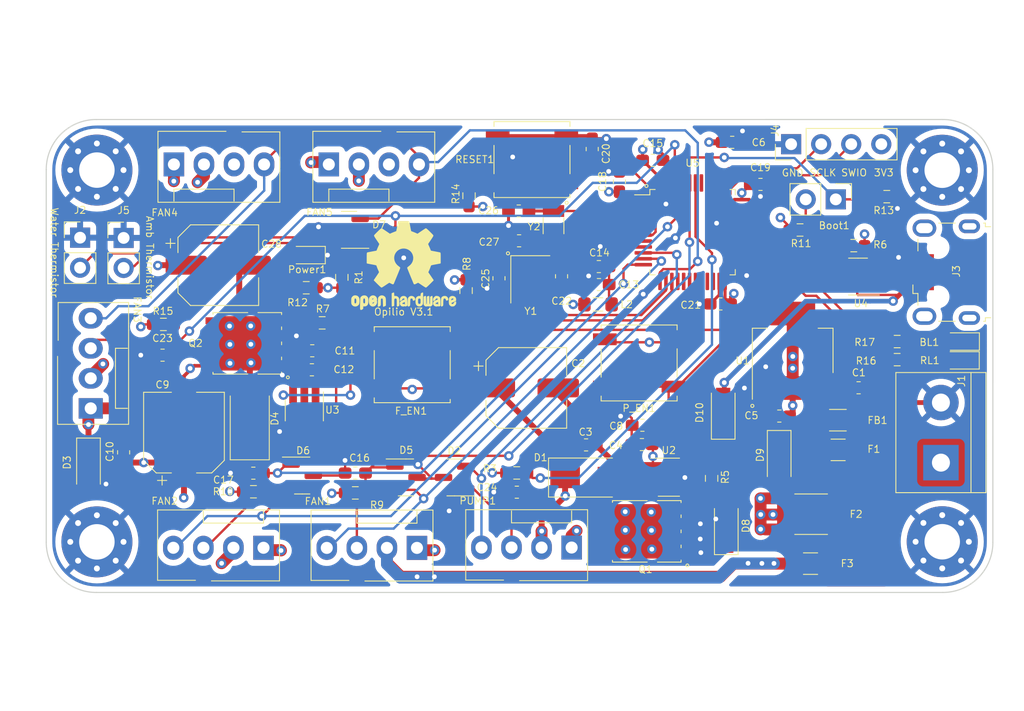
<source format=kicad_pcb>
(kicad_pcb (version 20211014) (generator pcbnew)
  (title_block (title "Opilio") (date "2022-06-19") (rev "V3") (comment 4 "AISLER Project ID: OUFPYPMX"))
  (layers (0 "F.Cu" signal) (1 "In1.Cu" power "GND") (2 "In2.Cu" power "3V3") (31 "B.Cu" signal) (34 "B.Paste" user) (35 "F.Paste" user) (36 "B.SilkS" user "B.Silkscreen") (37 "F.SilkS" user "F.Silkscreen") (38 "B.Mask" user) (39 "F.Mask" user) (44 "Edge.Cuts" user))
  (net 0 "")
  (net 1 "BOOT0")
  (net 2 "Net-(Boot1-Pad2)")
  (net 3 "OSCOUT")
  (net 4 "GND")
  (net 5 "OSCIN")
  (net 6 "CIN")
  (net 7 "COUT")
  (net 8 "Net-(C1-Pad1)")
  (net 9 "VDDA")
  (net 10 "+12VF(F)")
  (net 11 "+12VF(P)")
  (net 12 "PWM_READ1")
  (net 13 "PWM_READ3")
  (net 14 "PWM_READ2")
  (net 15 "PWM_READ4")
  (net 16 "FAN_GND")
  (net 17 "PUMP_GND")
  (net 18 "+12V")
  (net 19 "Net-(F1-Pad2)")
  (net 20 "+5V")
  (net 21 "USB_CON_D-")
  (net 22 "USB_CON_D+")
  (net 23 "SWCLK")
  (net 24 "SWIO")
  (net 25 "THERM_READ_W")
  (net 26 "PWM_OUT1")
  (net 27 "PWM_OUT3")
  (net 28 "PWM_OUT2")
  (net 29 "PWM_OUT4")
  (net 30 "Net-(Power1-Pad2)")
  (net 31 "Net-(Q1-Pad4)")
  (net 32 "Net-(Q2-Pad4)")
  (net 33 "USB_D+")
  (net 34 "USB_D-")
  (net 35 "FAN_EN")
  (net 36 "PUMP_EN")
  (net 37 "Net-(C20-Pad1)")
  (net 39 "Net-(R5-Pad2)")
  (net 40 "Net-(R7-Pad2)")
  (net 42 "THERM_READ_A")
  (net 50 "RED_LED")
  (net 60 "BLUE_LED")
  (net 61 "Net-(BL1-Pad2)")
  (net 62 "Net-(R16-Pad2)")
  (net 63 "+3.3V")
  (net 65 "Net-(F1-Pad1)")
  (footprint "Capacitor_SMD:C_0603_1608Metric_Pad1.08x0.95mm_HandSolder" (layer "F.Cu") (at 139.77 131.52)
    (fp_text reference "C24")
    (fp_text value "10nF")
  )
  (footprint "Capacitor_SMD:C_0603_1608Metric_Pad1.08x0.95mm_HandSolder" (layer "F.Cu") (at 109.83 119.93)
    (fp_text reference "C23")
    (fp_text value "10nF")
  )
  (footprint "Package_TO_SOT_SMD:SOT-23" (layer "F.Cu") (at 134.51 130.27 180)
    (fp_text reference "D2")
    (fp_text value "SP0502BAHT")
  )
  (footprint "Resistor_SMD:R_0603_1608Metric_Pad0.98x0.95mm_HandSolder" (layer "F.Cu") (at 171.91 118.78)
    (fp_text reference "R17")
    (fp_text value "R660")
  )
  (footprint "Custom:PDFN-8_L5.6-W5.2-P1.27-LS6.1-BL" (layer "F.Cu") (at 150.76 134.83 90)
    (fp_text reference "Q1")
    (fp_text value "HSBA3048")
  )
  (footprint "Package_TO_SOT_SMD:SOT-23" (layer "F.Cu") (at 121.63 130.11)
    (fp_text reference "D6")
    (fp_text value "SP0502BAHT")
  )
  (footprint "Capacitor_SMD:CP_Elec_6.3x7.7" (layer "F.Cu") (at 140.57 122.7)
    (fp_text reference "C2")
    (fp_text value "220uF")
  )
  (footprint "Capacitor_SMD:C_0603_1608Metric_Pad1.08x0.95mm_HandSolder" (layer "F.Cu") (at 106.54 128.15 -90)
    (fp_text reference "C10")
    (fp_text value "10uF")
  )
  (footprint "Custom:FanPinHeader_1x04_P2.54mm_Vertical_no_hole" (layer "F.Cu") (at 131.33 136.43 180)
    (fp_text reference "FAN1")
    (fp_text value "Fan_4pin")
  )
  (footprint "Capacitor_SMD:C_0603_1608Metric_Pad1.08x0.95mm_HandSolder" (layer "F.Cu") (at 148.44 105.25 90)
    (fp_text reference "C18")
    (fp_text value "100nF")
  )
  (footprint "Custom:USB_Micro-B_Wuerth_629105150521_narrow_holes" (layer "F.Cu") (at 176.065 112.915 90)
    (fp_text reference "J3")
    (fp_text value "USB_B_Micro")
  )
  (footprint "Capacitor_SMD:C_0603_1608Metric_Pad1.08x0.95mm_HandSolder" (layer "F.Cu") (at 168.6525 122.69)
    (fp_text reference "C1")
    (fp_text value "10uF")
  )
  (footprint "Capacitor_SMD:C_0603_1608Metric_Pad1.08x0.95mm_HandSolder" (layer "F.Cu") (at 146.7 112.44 180)
    (fp_text reference "C14")
    (fp_text value "1uF")
  )
  (footprint "Capacitor_SMD:C_0603_1608Metric_Pad1.08x0.95mm_HandSolder" (layer "F.Cu") (at 150.38 125.86)
    (fp_text reference "C8")
    (fp_text value "100nF")
  )
  (footprint "Resistor_SMD:R_0603_1608Metric_Pad0.98x0.95mm_HandSolder" (layer "F.Cu") (at 168.24452 110.66548 180)
    (fp_text reference "R6")
    (fp_text value "1k5")
  )
  (footprint "LED_SMD:LED_0603_1608Metric_Pad1.05x0.95mm_HandSolder" (layer "F.Cu") (at 177.19 120.37 180)
    (fp_text reference "RL1")
    (fp_text value "Red")
  )
  (footprint "Capacitor_SMD:C_0603_1608Metric_Pad1.08x0.95mm_HandSolder" (layer "F.Cu") (at 143.55 113.26 90)
    (fp_text reference "C22")
    (fp_text value "30pF")
  )
  (footprint "Capacitor_SMD:C_0603_1608Metric_Pad1.08x0.95mm_HandSolder" (layer "F.Cu") (at 122.48 119.56)
    (fp_text reference "C11")
    (fp_text value "10uF")
  )
  (footprint "Resistor_SMD:R_0603_1608Metric_Pad0.98x0.95mm_HandSolder" (layer "F.Cu") (at 135.73 106.45 90)
    (fp_text reference "R14")
    (fp_text value "10k")
  )
  (footprint "Fuse:Fuse_1812_4532Metric_Pad1.30x3.40mm_HandSolder" (layer "F.Cu") (at 164.64 133.38)
    (fp_text reference "F2")
    (fp_text value "3A")
  )
  (footprint "Connector_PinHeader_2.54mm:PinHeader_1x02_P2.54mm_Vertical" (layer "F.Cu") (at 106.54 110.015)
    (fp_text reference "J5")
    (fp_text value "Conn_01x02_Male")
  )
  (footprint "Diode_SMD:D_SOD-123" (layer "F.Cu") (at 157.21 124.79 90)
    (fp_text reference "D10")
    (fp_text value "B5819W")
  )
  (footprint "Custom:TerminalBlock_bornier-2_P5.08mm" (layer "F.Cu") (at 175.61 129.02 90)
    (fp_text reference "J1")
    (fp_text value "Screw_Terminal_01x02")
  )
  (footprint "MountingHole:MountingHole_3mm_Pad_Via" (layer "F.Cu") (at 175.72 135.71)
    (fp_text reference "H1")
    (fp_text value "MountingHole_Pad")
  )
  (footprint "Connector_PinHeader_2.54mm:PinHeader_1x02_P2.54mm_Vertical" (layer "F.Cu") (at 102.86 109.995)
    (fp_text reference "J2")
    (fp_text value "Conn_01x02_Male")
  )
  (footprint "Custom:FanPinHeader_1x04_P2.54mm_Vertical_no_hole" (layer "F.Cu") (at 144.4 136.4 180)
    (fp_text reference "PUMP1")
    (fp_text value "Fan_4pin")
  )
  (footprint "Symbol:OSHW-Logo2_9.8x8mm_SilkScreen" (layer "F.Cu") (at 130.21 112.34)
    (fp_text reference "LOGO1" hide)
    (fp_text value "Logo_Open_Hardware_Small" hide)
  )
  (footprint "Capacitor_SMD:C_0603_1608Metric_Pad1.08x0.95mm_HandSolder" (layer "F.Cu") (at 151.26 103.45)
    (fp_text reference "C15")
    (fp_text value "100nF")
  )
  (footprint "Resistor_SMD:R_0603_1608Metric_Pad0.98x0.95mm_HandSolder" (layer "F.Cu") (at 156.23 130.35 90)
    (fp_text reference "R5")
    (fp_text value "220")
  )
  (footprint "MountingHole:MountingHole_3mm_Pad_Via" (layer "F.Cu") (at 175.72 104.29)
    (fp_text reference "H2")
    (fp_text value "MountingHole_Pad")
  )
  (footprint "Package_TO_SOT_SMD:SOT-23-5_HandSoldering" (layer "F.Cu") (at 121.81 124.59 -90)
    (fp_text reference "U3")
    (fp_text value "SCT51240")
  )
  (footprint "Custom:SW_Push_7x4.5" (layer "F.Cu") (at 130.93 120.74)
    (fp_text reference "F_EN1")
    (fp_text value "F_EN")
  )
  (footprint "Capacitor_SMD:C_0603_1608Metric_Pad1.08x0.95mm_HandSolder" (layer "F.Cu") (at 126.12 129.9)
    (fp_text reference "C16")
    (fp_text value "10nF")
  )
  (footprint "Connector_PinHeader_2.54mm:PinHeader_1x04_P2.54mm_Vertical" (layer "F.Cu") (at 162.95 102.09 90)
    (fp_text reference "J4")
    (fp_text value "Program")
  )
  (footprint "Diode_SMD:D_SOD-123" (layer "F.Cu") (at 161.94 128.55 -90)
    (fp_text reference "D9")
    (fp_text value "B5819W")
  )
  (footprint "Capacitor_SMD:CP_Elec_6.3x7.7" (layer "F.Cu") (at 111.64 126.48 90)
    (fp_text reference "C9")
    (fp_text value "220uF")
  )
  (footprint "Crystal:Crystal_SMD_3215-2Pin_3.2x1.5mm" (layer "F.Cu") (at 142.87 108.99 90)
    (fp_text reference "Y2")
    (fp_text value "YST310S 32.768KHz")
  )
  (footprint "Capacitor_SMD:C_0603_1608Metric_Pad1.08x0.95mm_HandSolder" (layer "F.Cu") (at 117.5 129.91)
    (fp_text reference "C17")
    (fp_text value "10nF")
  )
  (footprint "Resistor_SMD:R_0603_1608Metric_Pad0.98x0.95mm_HandSolder" (layer "F.Cu") (at 139.76 129.89)
    (fp_text reference "R3")
    (fp_text value "1k")
  )
  (footprint "Package_TO_SOT_SMD:SOT-23-6" (layer "F.Cu") (at 168.60452 113.28548 180)
    (fp_text reference "U4")
    (fp_text value "USBLC6-2SC6")
  )
  (footprint "Diode_SMD:D_SOD-123" (layer "F.Cu") (at 103.57 129.19 -90)
    (fp_text reference "D3")
    (fp_text value "B5819W")
  )
  (footprint "Resistor_SMD:R_0603_1608Metric_Pad0.98x0.95mm_HandSolder" (layer "F.Cu") (at 121.9725 114.23 180)
    (fp_text reference "R12")
    (fp_text value "1.65K")
  )
  (footprint "Fuse:Fuse_1206_3216Metric_Pad1.42x1.75mm_HandSolder" (layer "F.Cu") (at 166.9225 127.94)
    (fp_text reference "F1")
    (fp_text value "250mA")
  )
  (footprint "Capacitor_SMD:C_0603_1608Metric_Pad1.08x0.95mm_HandSolder" (layer "F.Cu") (at 150.34 127.49)
    (fp_text reference "C4")
    (fp_text value "10uF")
  )
  (footprint "Custom:PDFN-8_L5.6-W5.2-P1.27-LS6.1-BL" (layer "F.Cu") (at 117 118.93 90)
    (fp_text reference "Q2")
    (fp_text value "HSBA3048")
  )
  (footprint "Custom:SW_Push_7x4.5" (layer "F.Cu") (at 150.105 120.59 180)
    (fp_text reference "P_EN1")
    (fp_text value "P_EN")
  )
  (footprint "LED_SMD:LED_0603_1608Metric_Pad1.05x0.95mm_HandSolder" (layer "F.Cu") (at 177.2 118.78 180)
    (fp_text reference "BL1")
    (fp_text value "Blue")
  )
  (footprint "Capacitor_SMD:C_0603_1608Metric_Pad1.08x0.95mm_HandSolder" (layer "F.Cu") (at 122.45 121.17)
    (fp_text reference "C12")
    (fp_text value "100nF")
  )
  (footprint "Package_TO_SOT_SMD:SOT-23" (layer "F.Cu") (at 130.4 130.27)
    (fp_text reference "D5")
    (fp_text value "SP0502BAHT")
  )
  (footprint "Diode_SMD:D_SMA" (layer "F.Cu") (at 145.85 130.28)
    (fp_text reference "D1")
    (fp_text value "B230A-13-F")
  )
  (footprint "Crystal:Crystal_SMD_3225-4Pin_3.2x2.5mm" (layer "F.Cu") (at 140.91 113.52 -90)
    (fp_text reference "Y1")
    (fp_text value "YSX531SL 8MHz")
  )
  (footprint "Custom:FanPinHeader_1x04_P2.54mm_Vertical_no_hole" (layer "F.Cu") (at 118.36 136.42 180)
    (fp_text reference "FAN2")
    (fp_text value "Fan_4pin")
  )
  (footprint "Inductor_SMD:L_0805_2012Metric_Pad1.05x1.20mm_HandSolder" (layer "F.Cu") (at 146.63 115.64)
    (fp_text reference "L2")
    (fp_text value "39nH")
  )
  (footprint "Custom:FanPinHeader_1x04_P2.54mm_Vertical_no_hole" (layer "F.Cu") (at 110.79 103.6)
    (fp_text reference "FAN4")
    (fp_text value "Fan_4pin")
  )
  (footprint "MountingHole:MountingHole_3mm_Pad_Via" (layer "F.Cu") (at 104.28 135.72)
    (fp_text reference "H3")
    (fp_text value "MountingHole_Pad")
  )
  (footprint "Connector_PinHeader_2.54mm:PinHeader_1x02_P2.54mm_Vertical" (layer "F.Cu") (at 166.724189 106.754189 -90)
    (fp_text reference "Boot1")
    (fp_text value "Conn_01x02_Male")
  )
  (footprint "Resistor_SMD:R_0603_1608Metric_Pad0.98x0.95mm_HandSolder" (layer "F.Cu") (at 109.9 117.33)
    (fp_text reference "R15")
    (fp_text value "1k")
  )
  (footprint "Diode_SMD:D_SOD-123" (layer "F.Cu") (at 157.47 134.55 90)
    (fp_text reference "D8")
    (fp_text value "B5819W")
  )
  (footprint "Resistor_SMD:R_0603_1608Metric_Pad0.98x0.95mm_HandSolder" (layer "F.Cu") (at 171.034189 106.524189)
    (fp_text reference "R13")
    (fp_text value "100k")
  )
  (footprint "Package_TO_SOT_SMD:SOT-223-3_TabPin2" (layer "F.Cu") (at 163.0825 119.56 90)
    (fp_text reference "U1")
    (fp_text value "AMS1117-3.3")
  )
  (footprint "Fuse:Fuse_1206_3216Metric_Pad1.42x1.75mm_HandSolder" (layer "F.Cu") (at 164.59 137.56)
    (fp_text reference "F3")
    (fp_text value "1.1A")
  )
  (footprint "LED_SMD:LED_0603_1608Metric_Pad1.05x0.95mm_HandSolder" (layer "F.Cu") (at 121.9225 111.47 180)
    (fp_text reference "Power1")
    (fp_text value "Yellow/Green")
  )
  (footprint "Capacitor_SMD:C_0603_1608Metric_Pad1.08x0.95mm_HandSolder" (layer "F.Cu") (at 139.96 110.26 180)
    (fp_text reference "C27")
    (fp_text value "18pF")
  )
  (footprint "Capacitor_SMD:C_0603_1608Metric_Pad1.08x0.95mm_HandSolder" (layer "F.Cu") (at 138.26 113.43 90)
    (fp_text reference "C25")
    (fp_text value "30pF")
  )
  (footprint "Resistor_SMD:R_0603_1608Metric_Pad0.98x0.95mm_HandSolder" (layer "F.Cu") (at 123.32 117.2)
    (fp_text reference "R7")
    (fp_text value "220")
  )
  (footprint "Diode_SMD:D_SMA" (layer "F.Cu") (at 117.2 125.38 90)
    (fp_text reference "D4")
    (fp_text value "B230A-13-F")
  )
  (footprint "Package_TO_SOT_SMD:SOT-23-5_HandSoldering" (layer "F.Cu") (at 152.62 130.25)
    (fp_text reference "U2")
    (fp_text value "SCT51240")
  )
  (footprint "Capacitor_SMD:CP_Elec_6.3x7.7" (layer "F.Cu") (at 114.54 112.32)
    (fp_text reference "C28")
    (fp_text value "220uF")
  )
  (footprint "Resistor_SMD:R_0603_1608Metric_Pad0.98x0.95mm_HandSolder" (layer "F.Cu") (at 171.91 120.31)
    (fp_text reference "R16")
    (fp_text value "R165")
  )
  (footprint "Capacitor_SMD:C_0603_1608Metric_Pad1.08x0.95mm_HandSolder" (layer "F.Cu") (at 160.36 105.49)
    (fp_text reference "C19")
    (fp_text value "100nF")
  )
  (footprint "Resistor_SMD:R_0603_1608Metric_Pad0.98x0.95mm_HandSolder" (layer "F.Cu") (at 126.12 131.58)
    (fp_text reference "R9")
    (fp_text value "1k")
  )
  (footprint "Custom:SW_Push_7x4.5" (layer "F.Cu") (at 141.05 103.39)
    (fp_text reference "RESET1")
    (fp_text value "Reset")
  )
  (footprint "Capacitor_SMD:C_1206_3216Metric_Pad1.33x1.80mm_HandSolder" (layer "F.Cu") (at 166.9025 125.43)
    (fp_text reference "FB1")
    (fp_text value "CBW321609U600")
  )
  (footprint "Capacitor_SMD:C_0603_1608Metric_Pad1.08x0.95mm_HandSolder" (layer "F.Cu") (at 161.9525 125.08 180)
    (fp_text reference "C5")
    (fp_text value "10uF")
  )
  (footprint "MountingHole:MountingHole_3mm_Pad_Via" (layer "F.Cu") (at 104.28 104.28)
    (fp_text reference "H4")
    (fp_text value "MountingHole_Pad")
  )
  (footprint "Resistor_SMD:R_0603_1608Metric_Pad0.98x0.95mm_HandSolder" (layer "F.Cu") (at 124.98 113.35 -90)
    (fp_text reference "R1")
    (fp_text value "10k")
  )
  (footprint "Capacitor_SMD:C_0603_1608Metric_Pad1.08x0.95mm_HandSolder" (layer "F.Cu") (at 146.71 113.96 180)
    (fp_text reference "C13")
    (fp_text value "10nF")
  )
  (footprint "Capacitor_SMD:C_0603_1608Metric_Pad1.08x0.95mm_HandSolder" (layer "F.Cu") (at 146.14 102.5 90)
    (fp_text reference "C20")
    (fp_text value "100nF")
  )
  (footprint "Capacitor_SMD:C_0603_1608Metric_Pad1.08x0.95mm_HandSolder" (layer "F.Cu") (at 145.62 127.52 180)
    (fp_text reference "C3")
    (fp_text value "10uF")
  )
  (footprint "Custom:FanPinHeader_1x04_P2.54mm_Vertical_no_hole" (layer "F.Cu") (at 103.56 124.43 90)
    (fp_text reference "FAN3")
    (fp_text value "Fan_4pin")
  )
  (footprint "Capacitor_SMD:C_0603_1608Metric_Pad1.08x0.95mm_HandSolder" (layer "F.Cu") (at 156.97 115.6 180)
    (fp_text reference "C21")
    (fp_text value "100nF")
  )
  (footprint "Resistor_SMD:R_0603_1608Metric_Pad0.98x0.95mm_HandSolder" (layer "F.Cu") (at 135.48 114.47 90)
    (fp_text reference "R8")
    (fp_text value "10k")
  )
  (footprint "Resistor_SMD:R_0603_1608Metric_Pad0.98x0.95mm_HandSolder" (layer "F.Cu") (at 163.704189 109.344189)
    (fp_text reference "R11")
    (fp_text value "10K")
  )
  (footprint "Capacitor_SMD:C_0603_1608Metric_Pad1.08x0.95mm_HandSolder" (layer "F.Cu") (at 139.93 107.74 180)
    (fp_text reference "C26")
    (fp_text value "18pF")
  )
  (footprint "Custom:FanPinHeader_1x04_P2.54mm_Vertical_no_hole" (layer "F.Cu") (at 123.88 103.6)
    (fp_text reference "FAN5")
    (fp_text value "Fan_4pin")
  )
  (footprint "Resistor_SMD:R_0603_1608Metric_Pad0.98x0.95mm_HandSolder" (layer "F.Cu") (at 117.51 131.48)
    (fp_text reference "R10")
    (fp_text value "1k")
  )
  (footprint "Package_TO_SOT_SMD:SOT-23" (layer "F.Cu") (at 125.59 109.33 180)
    (fp_text reference "D7")
    (fp_text value "SP0502BAHT")
  )
  (footprint "Capacitor_SMD:C_0603_1608Metric_Pad1.08x0.95mm_HandSolder" (layer "F.Cu") (at 157.97 101.93)
    (fp_text reference "C6")
    (fp_text value "10uF")
  )
  (footprint "Package_QFP:LQFP-48_7x7mm_P0.5mm" (layer "F.Cu") (at 154.62 109.53)
    (fp_text reference "U5")
    (fp_text value "STM32F103C8T6")
  )
  (gr_circle (center 139.02 111.32) (end 139.15 111.32) (layer "F.SilkS") (width 0.08) (fill none))
  (gr_circle (center 150.72 105.62) (end 150.85 105.62) (layer "F.SilkS") (width 0.08) (fill none))
  (gr_circle (center 159.6725 124.22) (end 159.8025 124.22) (layer "F.SilkS") (width 0.08) (fill none))
  (gr_circle (center 143.98 107.04) (end 144.11 107.04) (layer "F.SilkS") (width 0.08) (fill none))
  (gr_line (start 175.758938 139.998938) (end 104.241062 139.998937) (layer "Edge.Cuts") (width 0.1))
  (gr_arc locked (start 179.998937 135.758938) (mid 178.760323 138.760324) (end 175.758938 139.998938) (layer "Edge.Cuts") (width 0.1))
  (gr_arc locked (start 100.001063 104.241062) (mid 101.239677 101.239676) (end 104.241062 100.001062) (layer "Edge.Cuts") (width 0.1))
  (gr_line (start 104.241062 100.001062) (end 175.76 100.000001) (layer "Edge.Cuts") (width 0.1))
  (gr_line (start 100.001062 135.758938) (end 100.001063 104.241062) (layer "Edge.Cuts") (width 0.1))
  (gr_arc locked (start 175.76 100.000001) (mid 178.761386 101.238615) (end 180 104.24) (layer "Edge.Cuts") (width 0.1))
  (gr_line (start 180 104.24) (end 179.998937 135.758938) (layer "Edge.Cuts") (width 0.1))
  (gr_arc locked (start 104.241062 139.998937) (mid 101.239676 138.760323) (end 100.001062 135.758938) (layer "Edge.Cuts") (width 0.1))
  (gr_text "SCLK" (at 165.63 104.5) (layer "F.SilkS") (effects (font (size 0.6 0.6) (thickness 0.08))))
  (gr_text "Opilio V3.1" (at 130.21 116.27) (layer "F.SilkS") (effects (font (size 0.6 0.6) (thickness 0.08))))
  (gr_text "3V3" (at 170.78 104.5) (layer "F.SilkS") (effects (font (size 0.6 0.6) (thickness 0.08))))
  (gr_text "SWIO" (at 168.27 104.5) (layer "F.SilkS") (effects (font (size 0.6 0.6) (thickness 0.08))))
  (gr_text "Amb Thermistor" (at 108.75 111.67 270) (layer "F.SilkS") (effects (font (size 0.6 0.6) (thickness 0.08))))
  (gr_text "Water Thermistor" (at 100.69 111.26 270) (layer "F.SilkS") (effects (font (size 0.6 0.6) (thickness 0.08))))
  (gr_text "GND" (at 163.08 104.51) (layer "F.SilkS") (effects (font (size 0.6 0.6) (thickness 0.08))))
  (segment (start 157.3 103.21) (end 154.3 103.21) (width 0.2) (layer "F.Cu") (net 1))
  (segment (start 153.87 105.3675) (end 153.87 103.64) (width 0.2) (layer "F.Cu") (net 1))
  (segment (start 154.3 103.21) (end 153.87 103.64) (width 0.2) (layer "F.Cu") (net 1))
  (segment (start 169.891689 106.754189) (end 166.724189 106.754189) (width 0.2) (layer "F.Cu") (net 1))
  (via (at 157.3 103.21) (size 0.8) (drill 0.4) (layers "F.Cu" "B.Cu") (net 1))
  (segment (start 163.231621 103.261621) (end 166.724189 106.754189) (width 0.2) (layer "B.Cu") (net 1))
  (segment (start 157.330864 103.261621) (end 163.231621 103.261621) (width 0.2) (layer "B.Cu") (net 1))
  (segment (start 164.184189 106.754189) (end 164.184189 108.911689) (width 0.2) (layer "F.Cu") (net 2))
  (segment (start 164.184189 108.911689) (end 164.616689 109.344189) (width 0.2) (layer "F.Cu") (net 2))
  (segment (start 144.56 113.1125) (end 143.55 114.1225) (width 0.2) (layer "F.Cu") (net 3))
  (segment (start 150.4575 109.28) (end 146.95 109.28) (width 0.2) (layer "F.Cu") (net 3))
  (segment (start 144.56 111.67) (end 144.56 113.1125) (width 0.2) (layer "F.Cu") (net 3))
  (segment (start 141.76 114.62) (end 143.0525 114.62) (width 0.2) (layer "F.Cu") (net 3))
  (segment (start 143.0525 114.62) (end 143.55 114.1225) (width 0.2) (layer "F.Cu") (net 3))
  (segment (start 146.95 109.28) (end 144.56 111.67) (width 0.2) (layer "F.Cu") (net 3))
  (segment (start 131.3375 130.37) (end 132.55 130.37) (width 0.2) (layer "F.Cu") (net 4))
  (segment (start 145.8375 113.2325) (end 145.8375 113.95) (width 0.2) (layer "F.Cu") (net 4))
  (segment (start 159.585006 107.28) (end 160.357503 106.507503) (width 0.25) (layer "F.Cu") (net 4))
  (segment (start 124.6525 109.33) (end 123.26 109.33) (width 0.2) (layer "F.Cu") (net 4))
  (segment (start 155.2 115.6) (end 155.19 115.61) (width 0.25) (layer "F.Cu") (net 4))
  (segment (start 143.95 101.39) (end 145.8925 101.39) (width 0.3) (layer "F.Cu") (net 4))
  (segment (start 150.4575 110.28) (end 147.9975 110.28) (width 0.2) (layer "F.Cu") (net 4))
  (segment (start 138.15 101.39) (end 138.15 101.9) (width 0.3) (layer "F.Cu") (net 4))
  (segment (start 171.946689 107.511689) (end 171.934189 107.524189) (width 0.2) (layer "F.Cu") (net 4))
  (segment (start 178.075 121.475) (end 175.61 123.94) (width 0.3) (layer "F.Cu") (net 4))
  (segment (start 105.04 130.84) (end 105.05 130.83) (width 0.5) (layer "F.Cu") (net 4))
  (segment (start 121.2575 120.84) (end 121.5875 121.17) (width 0.5) (layer "F.Cu") (net 4))
  (segment (start 147.5325 104.3875) (end 147.53 104.39) (width 0.25) (layer "F.Cu") (net 4))
  (segment (start 120.86 125.485) (end 121.81 124.535) (width 0.2) (layer "F.Cu") (net 4))
  (segment (start 103.57 130.84) (end 105.04 130.84) (width 0.5) (layer "F.Cu") (net 4))
  (segment (start 153.97 131.2) (end 153.97 130.28) (width 0.2) (layer "F.Cu") (net 4))
  (segment (start 153.71 136.74) (end 155.212704 136.74) (width 0.5) (layer "F.Cu") (net 4))
  (segment (start 153.71 136.74) (end 153.71 134.2) (width 0.2) (layer "F.Cu") (net 4))
  (segment (start 160.7825 124.7725) (end 161.09 125.08) (width 0.5) (layer "F.Cu") (net 4))
  (segment (start 143.55 112.3975) (end 141.7825 112.3975) (width 0.2) (layer "F.Cu") (net 4))
  (segment (start 168.78 111.98) (end 169.09952 111.66048) (width 0.2) (layer "F.Cu") (net 4))
  (segment (start 115.58 129.91) (end 115.57 129.9) (width 0.3) (layer "F.Cu") (net 4))
  (segment (start 155.27 134.2) (end 155.28 134.19) (width 0.5) (layer "F.Cu") (net 4))
  (segment (start 149.31 125.09) (end 149.4775 125.2575) (width 0.2) (layer "F.Cu") (net 4))
  (segment (start 158.7825 107.28) (end 159.585006 107.28) (width 0.25) (layer "F.Cu") (net 4))
  (segment (start 120.17 125.94) (end 119.72 126.39) (width 0.3) (layer "F.Cu") (net 4))
  (segment (start 131.41 129.17) (end 132.55 130.31) (width 0.2) (layer "F.Cu") (net 4))
  (segment (start 119.95 118.3) (end 119.95 120.84) (width 0.5) (layer "F.Cu") (net 4))
  (segment (start 158.8325 100.9775) (end 158.84 100.97) (width 0.3) (layer "F.Cu") (net 4))
  (segment (start 148.54 125.09) (end 149.31 125.09) (width 0.2) (layer "F.Cu") (net 4))
  (segment (start 138.26 114.2925) (end 139.7325 114.2925) (width 0.2) (layer "F.Cu") (net 4))
  (segment (start 145.8375 112.44) (end 145.8375 113.2325) (width 0.2) (layer "F.Cu") (net 4))
  (segment (start 169.393803 113.28548) (end 168.78 112.671677) (width 0.2) (layer "F.Cu") (net 4))
  (segment (start 149.4775 125.2575) (end 149.4775 127.49) (width 0.2) (layer "F.Cu") (net 4))
  (segment (start 150.29 130.25) (end 149.4775 129.4375) (width 0.2) (layer "F.Cu") (net 4))
  (segment (start 178.075 118.78) (end 178.075 121.475) (width 0.3) (layer "F.Cu") (net 4))
  (segment (start 139.0675 108.9725) (end 139.0675 110.23) (width 0.25) (layer "F.Cu") (net 4))
  (segment (start 156.87 113.6925) (end 156.87 114.8375) (width 0.25) (layer "F.Cu") (net 4))
  (segment (start 119.95 120.84) (end 119.95 121.61) (width 0.5) (layer "F.Cu") (net 4))
  (segment (start 125.2575 128.8375) (end 125.25 128.83) (width 0.2) (layer "F.Cu") (net 4))
  (segment (start 119.95 120.84) (end 121.2575 120.84) (width 0.5) (layer "F.Cu") (net 4))
  (segment (start 121.81 123.24) (end 121.81 121.3925) (width 0.2) (layer "F.Cu") (net 4))
  (segment (start 138.9075 131.52) (end 137.83 131.52) (width 0.2) (layer "F.Cu") (net 4))
  (segment (start 151.27 130.25) (end 150.29 130.25) (width 0.2) (layer "F.Cu") (net 4))
  (segment (start 168.78 112.671677) (end 168.78 111.98) (width 0.2) (layer "F.Cu") (net 4))
  (segment (start 138.15 101.9) (end 139.42 103.17) (width 0.3) (layer "F.Cu") (net 4))
  (segment (start 137.2625 114.2925) (end 137.25 114.28) (width 0.2) (layer "F.Cu") (net 4))
  (segment (start 122.7975 111.47) (end 123.77 111.47) (width 0.2) (layer "F.Cu") (net 4))
  (segment (start 160.8025 120.825) (end 160.8025 122.595) (width 0.5) (layer "F.Cu") (net 4))
  (segment (start 121.81 124.535) (end 121.81 123.24) (width 0.2) (layer "F.Cu") (net 4))
  (segment (start 156.1075 115.6) (end 155.2 115.6) (width 0.25) (layer "F.Cu") (net 4))
  (segment (start 160.7825 122.71) (end 158.9025 122.71) (width 0.5) (layer "F.Cu") (net 4))
  (segment (start 171.946689 106.524189) (end 171.946689 107.511689) (width 0.2) (layer "F.Cu") (net 4))
  (segment (start 169.515 122.69) (end 170.765 123.94) (width 0.4) (layer "F.Cu") (net 4))
  (segment (start 108.9675 119.93) (end 107.99 119.93) (width 0.2) (layer "F.Cu") (net 4))
  (segment (start 138.26 114.2925) (end 137.2625 114.2925) (width 0.2) (layer "F.Cu") (net 4))
  (segment (start 139.0675 107.74) (end 139.0675 108.9725) (width 0.25) (layer "F.Cu") (net 4))
  (segment (start 152.1225 102.964494) (end 151.714381 102.556375) (width 0.25) (layer "F.Cu") (net 4))
  (segment (start 169.09952 111.66048) (end 172.02952 111.66048) (width 0.2) (layer "F.Cu") (net 4))
  (segment (start 149.4775 129.4375) (end 149.4775 127.49) (width 0.2) (layer "F.Cu") (net 4))
  (segment (start 138.15 101.39) (end 143.95 101.39) (width 0.3) (layer "F.Cu") (net 4))
  (segment (start 123.26 109.33) (end 123.01 109.08) (width 0.2) (layer "F.Cu") (net 4))
  (segment (start 152.1225 103.45) (end 152.1225 102.964494) (width 0.25) (layer "F.Cu") (net 4))
  (segment (start 170.765 123.94) (end 175.61 123.94) (width 0.4) (layer "F.Cu") (net 4))
  (segment (start 119.95 118.3) (end 121.14 118.3) (width 0.5) (layer "F.Cu") (net 4))
  (segment (start 155.212704 136.74) (end 155.322204 136.6305) (width 0.5) (layer "F.Cu") (net 4))
  (segment (start 153.71 135.47) (end 155.26 135.47) (width 0.5) (layer "F.Cu") (net 4))
  (segment (start 125.2575 129.9) (end 125.2575 128.8375) (width 0.2) (layer "F.Cu") (net 4))
  (segment (start 158.8325 101.93) (end 158.8325 100.9775) (width 0.3) (layer "F.Cu") (net 4))
  (segment (start 155.26 135.47) (end 155.27 135.48) (width 0.5) (layer "F.Cu") (net 4))
  (segment (start 122.5675 130.11) (end 125.0475 130.11) (width 0.2) (layer "F.Cu") (net 4))
  (segment (start 156.18 134.19) (end 156.585 133.785) (width 0.5) (layer "F.Cu") (net 4))
  (segment (start 132.55 130.31) (end 132.55 130.37) (width 0.2) (layer "F.Cu") (net 4))
  (segment (start 152.37 103.6975) (end 152.37 105.3675) (width 0.25) (layer "F.Cu") (net 4))
  (segment (start 147.9975 110.28) (end 145.8375 112.44) (width 0.2) (layer "F.Cu") (net 4))
  (segment (start 146.14 101.6375) (end 147.3125 101.6375) (width 0.3) (layer "F.Cu") (net 4))
  (segment (start 132.55 130.37) (end 133.5525 130.37) (width 0.2) (layer "F.Cu") (net 4))
  (segment (start 137.83 131.52) (end 137.82 131.51) (width 0.2) (layer "F.Cu") (net 4))
  (segment (start 148.44 104.3875) (end 147.5325 104.3875) (width 0.25) (layer "F.Cu") (net 4))
  (segment (start 160.357503 106.507503) (end 161.2225 105.642506) (width 0.25) (layer "F.Cu") (net 4))
  (segment (start 120.86 125.94) (end 120.17 125.94) (width 0.3) (layer "F.Cu") (net 4))
  (segment (start 119.95 119.57) (end 121.6075 119.57) (width 0.5) (layer "F.Cu") (net 4))
  (segment (start 147.3125 101.6375) (end 147.33 101.62) (width 0.3) (layer "F.Cu") (net 4))
  (segment (start 153.71 134.2) (end 155.27 134.2) (width 0.5) (layer "F.Cu") (net 4))
  (segment (start 155.28 134.19) (end 156.18 134.19) (width 0.5) (layer "F.Cu") (net 4))
  (segment (start 172.02952 111.66048) (end 173.64952 111.66048) (width 0.2) (layer "F.Cu") (net 4))
  (segment (start 156.87 114.8375) (end 156.1075 115.6) (width 0.25) (layer "F.Cu") (net 4))
  (segment (start 141.76 112.52) (end 140.06 114.22) (width 0.2) (layer "F.Cu") (net 4))
  (segment (start 156.585 133.785) (end 157.47 132.9) (width 0.5) (layer "F.Cu") (net 4))
  (segment (start 116.6375 129.91) (end 115.58 129.91) (width 0.3) (layer "F.Cu") (net 4))
  (segment (start 160.7825 122.71) (end 160.7825 124.7725) (width 0.5) (layer "F.Cu") (net 4))
  (via (at 137.25 114.28) (size 0.8) (drill 0.4) (layers "F.Cu" "B.Cu") (net 4))
  (via (at 148.54 125.09) (size 0.8) (drill 0.4) (layers "F.Cu" "B.Cu") (net 4))
  (via (at 155.28 134.19) (size 0.8) (drill 0.4) (layers "F.Cu" "B.Cu") (net 4))
  (via (at 119.95 121.61) (size 0.8) (drill 0.4) (layers "F.Cu" "B.Cu") (net 4))
  (via (at 159.19 113.2) (size 0.8) (drill 0.4) (layers "F.Cu" "B.Cu") (net 4))
  (via (at 115.57 129.9) (size 0.8) (drill 0.4) (layers "F.Cu" "B.Cu") (net 4))
  (via (at 134.05 133.1) (size 0.8) (drill 0.4) (layers "F.Cu" "B.Cu") (net 4))
  (via (at 125.25 128.83) (size 0.8) (drill 0.4) (layers "F.Cu" "B.Cu") (net 4))
  (via (at 160.8025 120.91) (size 0.8) (drill 0.4) (layers "F.Cu" "B.Cu") (net 4))
  (via (at 123.01 109.08) (size 0.8) (drill 0.4) (layers "F.Cu" "B.Cu") (net 4))
  (via (at 160.357503 106.507503) (size 0.8) (drill 0.4) (layers "F.Cu" "B.Cu") (net 4))
  (via (at 147.53 104.39) (size 0.8) (drill 0.4) (layers "F.Cu" "B.Cu") (net 4))
  (via (at 139.42 103.17) (size 0.8) (drill 0.4) (layers "F.Cu" "B.Cu") (net 4))
  (via (at 155.19 115.61) (size 0.8) (drill 0.4) (layers "F.Cu" "B.Cu") (net 4))
  (via (at 172.02952 111.66048) (size 0.8) (drill 0.4) (layers "F.Cu" "B.Cu") (net 4))
  (via (at 145.8375 113.2325) (size 0.8) (drill 0.4) (layers "F.Cu" "B.Cu") (net 4))
  (via (at 152.37 107.15) (size 0.8) (drill 0.4) (layers "F.Cu" "B.Cu") (net 4))
  (via (at 155.27 135.48) (size 0.8) (drill 0.4) (layers "F.Cu" "B.Cu") (net 4))
  (via (at 105.05 130.83) (size 0.8) (drill 0.4) (layers "F.Cu" "B.Cu") (net 4))
  (via (at 139.0675 108.9725) (size 0.8) (drill 0.4) (layers "F.Cu" "B.Cu") (net 4))
  (via (at 123.77 111.47) (size 0.8) (drill 0.4) (layers "F.Cu" "B.Cu") (net 4))
  (via (at 155.322204 136.6305) (size 0.8) (drill 0.4) (layers "F.Cu" "B.Cu") (net 4))
  (via (at 153.97 130.28) (size 0.8) (drill 0.4) (layers "F.Cu" "B.Cu") (net 4))
  (via (at 156.65 108.77) (size 0.8) (drill 0.4) (layers "F.Cu" "B.Cu") (net 4))
  (via (at 159.0025 122.71) (size 0.8) (drill 0.4) (layers "F.Cu" "B.Cu") (net 4))
  (via (at 153.17 110.02) (size 0.8) (drill 0.4) (layers "F.Cu" "B.Cu") (net 4))
  (via (at 156.585 133.785) (size 0.8) (drill 0.4) (layers "F.Cu" "B.Cu") (net 4))
  (via (at 171.934189 107.524189) (size 0.8) (drill 0.4) (layers "F.Cu" "B.Cu") (net 4))
  (via (at 158.84 100.97) (size 0.8) (drill 0.4) (layers "F.Cu" "B.Cu") (net 4))
  (via (at 107.99 119.93) (size 0.8) (drill 0.4) (layers "F.Cu" "B.Cu") (net 4))
  (via locked (at 130.21 111.7) (size 0.8) (drill 0.4) (layers "F.Cu" "B.Cu") (net 4))
  (via (at 131.41 129.17) (size 0.8) (drill 0.4) (layers "F.Cu" "B.Cu") (net 4))
  (via (at 137.82 131.51) (size 0.8) (drill 0.4) (layers "F.Cu" "B.Cu") (net 4))
  (via (at 119.72 126.39) (size 0.8) (drill 0.4) (layers "F.Cu" "B.Cu") (net 4))
  (via (at 151.714381 102.556375) (size 0.8) (drill 0.4) (layers "F.Cu" "B.Cu") (net 4))
  (via (at 121.14 118.3) (size 0.8) (drill 0.4) (layers "F.Cu" "B.Cu") (net 4))
  (via (at 146.82 110.74) (size 0.8) (drill 0.4) (layers "F.Cu" "B.Cu") (net 4))
  (via (at 147.33 101.62) (size 0.8) (drill 0.4) (layers "F.Cu" "B.Cu") (net 4))
  (via (at 150.45 114.77) (size 0.8) (drill 0.4) (layers "F.Cu" "B.Cu") (net 4))
  (segment (start 141.06 111.32) (end 140.06 112.32) (width 0.2) (layer "F.Cu") (net 5))
  (segment (start 150.4575 108.78) (end 146.65 108.78) (width 0.2) (layer "F.Cu") (net 5))
  (segment (start 146.65 108.78) (end 144.11 111.32) (width 0.2) (layer "F.Cu") (net 5))
  (segment (start 144.11 111.32) (end 141.06 111.32) (width 0.2) (layer "F.Cu") (net 5))
  (segment (start 138.26 112.5675) (end 139.9125 112.5675) (width 0.2) (layer "F.Cu") (net 5))
  (segment (start 142.87 107.74) (end 150.4175 107.74) (width 0.2) (layer "F.Cu") (net 6))
  (segment (start 140.7925 107.74) (end 142.87 107.74) (width 0.25) (layer "F.Cu") (net 6))
  (segment (start 144.3 110.24) (end 142.87 110.24) (width 0.2) (layer "F.Cu") (net 7))
  (segment (start 146.26 108.28) (end 144.3 110.24) (width 0.2) (layer "F.Cu") (net 7))
  (segment (start 150.4575 108.28) (end 146.26 108.28) (width 0.2) (layer "F.Cu") (net 7))
  (segment (start 140.8225 110.26) (end 142.85 110.26) (width 0.25) (layer "F.Cu") (net 7))
  (segment (start 165.3825 122.71) (end 165.3825 125.3875) (width 0.5) (layer "F.Cu") (net 8))
  (segment (start 165.3825 122.71) (end 167.77 122.71) (width 0.5) (layer "F.Cu") (net 8))
  (segment (start 149.2225 110.78) (end 150.4575 110.78) (width 0.2) (layer "F.Cu") (net 9))
  (segment (start 147.5625 112.44) (end 149.2225 110.78) (width 0.2) (layer "F.Cu") (net 9))
  (segment (start 147.5625 112.44) (end 147.5625 115.4225) (width 0.2) (layer "F.Cu") (net 9))
  (segment (start 121.85 126.83) (end 121.3 127.38) (width 0.2) (layer "F.Cu") (net 10))
  (segment (start 113.44 127.38) (end 117.2 127.38) (width 0.5) (layer "F.Cu") (net 10))
  (segment (start 121.3 127.38) (end 117.2 127.38) (width 0.2) (layer "F.Cu") (net 10))
  (segment (start 122.76 124.235978) (end 121.85 125.145978) (width 0.2) (layer "F.Cu") (net 10))
  (segment (start 126.42 103.6) (end 126.42 105.18) (width 1) (layer "F.Cu") (net 10))
  (segment (start 122.76 121.7225) (end 122.76 123.24) (width 0.2) (layer "F.Cu") (net 10))
  (segment (start 128.79 137.49) (end 129.97 138.67) (width 1) (layer "F.Cu") (net 10))
  (segment (start 126.42 105.18) (end 126.41 105.19) (width 1) (layer "F.Cu") (net 10))
  (segment (start 111.64 129.18) (end 113.44 127.38) (width 0.5) (layer "F.Cu") (net 10))
  (segment (start 158.08 137.56) (end 163.1025 137.56) (width 1) (layer "F.Cu") (net 10))
  (segment (start 132.8 138.67) (end 129.97 138.67) (width 1) (layer "F.Cu") (net 10))
  (segment (start 132.8 138.67) (end 156.97 138.67) (width 1) (layer "F.Cu") (net 10))
  (segment (start 106.54 129.0125) (end 108.2375 129.0125) (width 0.5) (layer "F.Cu") (net 10))
  (segment (start 123.3125 121.17) (end 122.76 121.7225) (width 0.2) (layer "F.Cu") (net 10))
  (segment (start 113.33 103.6) (end 113.33 104.77) (width 1) (layer "F.Cu") (net 10))
  (segment (start 108.2375 129.0125) (end 111.4725 129.0125) (width 0.5) (layer "F.Cu") (net 10))
  (segment (start 115.82 136.53) (end 114.82 137.53) (width 1) (layer "F.Cu") (net 10))
  (segment (start 111.64 131.97) (end 111.62 131.99) (width 0.5) (layer "F.Cu") (net 10))
  (segment (start 122.76 123.24) (end 122.76 124.235978) (width 0.2) (layer "F.Cu") (net 10))
  (segment (start 111.64 129.18) (end 111.64 131.97) (width 0.5) (layer "F.Cu") (net 10))
  (segment (start 121.85 125.145978) (end 121.85 126.83) (width 0.2) (layer "F.Cu") (net 10))
  (segment (start 113.33 104.77) (end 112.79 105.31) (width 1) (layer "F.Cu") (net 10))
  (segment (start 103.905 121.585) (end 104.815 120.675) (width 1) (layer "F.Cu") (net 10))
  (segment (start 156.97 138.67) (end 158.08 137.56) (width 1) (layer "F.Cu") (net 10))
  (segment (start 128.79 136.43) (end 128.79 137.49) (width 1) (layer "F.Cu") (net 10))
  (segment (start 162.365 137.56) (end 162.04 137.56) (width 1) (layer "F.Cu") (net 10))
  (segment (start 111.745 112.32) (end 109.395 112.32) (width 0.5) (layer "F.Cu") (net 10))
  (segment (start 123.3425 119.56) (end 123.3425 121.14) (width 0.2) (layer "F.Cu") (net 10))
  (segment (start 162.365 137.56) (end 160.48 137.56) (width 1) (layer "F.Cu") (net 10))
  (via (at 131.34 138.67) (size 0.8) (drill 0.4) (layers "F.Cu" "B.Cu") (net 10))
  (via (at 108.2375 129.0125) (size 0.8) (drill 0.4) (layers "F.Cu" "B.Cu") (net 10))
  (via (at 159.31 137.53) (size 0.8) (drill 0.4) (layers "F.Cu" "B.Cu") (net 10))
  (via (at 126.41 105.19) (size 0.8) (drill 0.4) (layers "F.Cu" "B.Cu") (net 10))
  (via (at 132.8 138.67) (size 0.8) (drill 0.4) (layers "F.Cu" "B.Cu") (net 10))
  (via (at 160.48 137.54) (size 0.8) (drill 0.4) (layers "F.Cu" "B.Cu") (net 10))
  (via (at 111.62 131.99) (size 0.8) (drill 0.4) (layers "F.Cu" "B.Cu") (net 10))
  (via (at 109.43 112.35) (size 0.8) (drill 0.4) (layers "F.Cu" "B.Cu") (net 10))
  (via (at 112.79 105.31) (size 0.8) (drill 0.4) (layers "F.Cu" "B.Cu") (net 10))
  (via (at 161.5 137.54) (size 0.8) (drill 0.4) (layers "F.Cu" "B.Cu") (net 10))
  (via (at 114.82 137.53) (size 0.8) (drill 0.4) (layers "F.Cu" "B.Cu") (net 10))
  (via (at 104.79 120.67) (size 0.8) (drill 0.4) (layers "F.Cu" "B.Cu") (net 10))
  (segment (start 128.79 137.6) (end 129.94 138.75) (width 1) (layer "B.Cu") (net 10))
  (segment (start 158.06 137.54) (end 161.5 137.54) (width 1) (layer "B.Cu") (net 10))
  (segment (start 156.85 138.75) (end 158.06 137.54) (width 1) (layer "B.Cu") (net 10))
  (segment (start 132.66 138.75) (end 156.85 138.75) (width 1) (layer "B.Cu") (net 10))
  (segment (start 130.81 138.75) (end 129.94 138.75) (width 1) (layer "B.Cu") (net 10))
  (segment (start 132.66 138.75) (end 131.73 138.75) (width 1) (layer "B.Cu") (net 10))
  (segment (start 131.73 138.75) (end 130.81 138.75) (width 1) (layer "B.Cu") (net 10))
  (segment (start 128.79 137.6) (end 128.79 136.43) (width 1) (layer "B.Cu") (net 10))
  (segment (start 141.87 133.83) (end 143.86 131.84) (width 0.5) (layer "F.Cu") (net 11))
  (segment (start 162.26 132.04) (end 160.36 132.04) (width 1) (layer "F.Cu") (net 11))
  (segment (start 141.86 136.4) (end 141.86 134.82) (width 1) (layer "F.Cu") (net 11))
  (segment (start 143.85 127.69) (end 144.02 127.52) (width 0.5) (layer "F.Cu") (net 11))
  (segment (start 137.87 122.7) (end 142.69 127.52) (width 0.5) (layer "F.Cu") (net 11))
  (segment (start 160.7675 134.67) (end 161.9925 134.67) (width 1) (layer "F.Cu") (net 11))
  (segment (start 141.86 134.82) (end 141.87 134.81) (width 1) (layer "F.Cu") (net 11))
  (segment (start 144.02 127.52) (end 144.7575 127.52) (width 0.5) (layer "F.Cu") (net 11))
  (segment (start 143.85 130.28) (end 143.85 127.69) (width 0.5) (layer "F.Cu") (net 11))
  (segment (start 151.27 125.8875) (end 151.27 128.48) (width 0.2) (layer "F.Cu") (net 11))
  (segment (start 141.87 134.81) (end 141.87 133.83) (width 0.5) (layer "F.Cu") (net 11))
  (segment (start 160.38 133.41) (end 161.42 133.41) (width 1) (layer "F.Cu") (net 11))
  (segment (start 160.37 132.045) (end 160.37 134.675) (width 1) (layer "F.Cu") (net 11))
  (segment (start 143.85 131.83) (end 143.86 131.84) (width 0.5) (layer "F.Cu") (net 11))
  (segment (start 161.42 133.41) (end 162.385 133.41) (width 1) (layer "F.Cu") (net 11))
  (segment (start 162.415 132.195) (end 162.26 132.04) (width 1) (layer "F.Cu") (net 11))
  (segment (start 142.69 127.52) (end 144.02 127.52) (width 0.5) (layer "F.Cu") (net 11))
  (segment (start 143.85 130.28) (end 143.85 131.83) (width 0.5) (layer "F.Cu") (net 11))
  (segment (start 151.27 128.48) (end 151.27 129.3) (width 0.2) (layer "F.Cu") (net 11))
  (via (at 143.86 131.84) (size 0.8) (drill 0.4) (layers "F.Cu" "B.Cu") (net 11))
  (via (at 160.37 134.65) (size 0.8) (drill 0.4) (layers "F.Cu" "B.Cu") (net 11))
  (via (at 160.36 132.04) (size 0.8) (drill 0.4) (layers "F.Cu" "B.Cu") (net 11))
  (via (at 161.42 133.41) (size 0.8) (drill 0.4) (layers "F.Cu" "B.Cu") (net 11))
  (via (at 151.27 128.48) (size 0.8) (drill 0.4) (layers "F.Cu" "B.Cu") (net 11))
  (via (at 141.87 134.81) (size 0.8) (drill 0.4) (layers "F.Cu" "B.Cu") (net 11))
  (via (at 160.38 133.41) (size 0.8) (drill 0.4) (layers "F.Cu" "B.Cu") (net 11))
  (segment (start 139.32 132.8325) (end 139.32 133.3) (width 0.2) (layer "F.Cu") (net 12))
  (segment (start 140.6725 129.89) (end 140.6725 131.48) (width 0.2) (layer "F.Cu") (net 12))
  (segment (start 138.15 133.27) (end 139.29 133.27) (width 0.2) (layer "F.Cu") (net 12))
  (segment (start 139.32 133.3) (end 139.32 136.4) (width 0.2) (layer "F.Cu") (net 12))
  (segment (start 139.29 133.27) (end 139.32 133.3) (width 0.2) (layer "F.Cu") (net 12))
  (segment (start 140.6325 131.52) (end 139.32 132.8325) (width 0.2) (layer "F.Cu") (net 12))
  (segment (start 141.1025 130.32) (end 140.6725 129.89) (width 0.2) (layer "F.Cu") (net 12))
  (segment (start 154.87 105.3675) (end 154.87 109.900755) (width 0.2) (layer "F.Cu") (net 12))
  (segment (start 154.87 109.900755) (end 156.26 111.290755) (width 0.2) (layer "F.Cu") (net 12))
  (segment (start 156.26 111.290755) (end 156.26 111.86) (width 0.2) (layer "F.Cu") (net 12))
  (segment (start 136.1 131.22) (end 138.15 133.27) (width 0.2) (layer "F.Cu") (net 12))
  (segment (start 141.75 130.32) (end 141.1025 130.32) (width 0.2) (layer "F.Cu") (net 12))
  (segment (start 135.4475 131.22) (end 136.1 131.22) (width 0.2) (layer "F.Cu") (net 12))
  (via (at 141.75 130.32) (size 0.8) (drill 0.4) (layers "F.Cu" "B.Cu") (net 12))
  (via (at 156.26 111.86) (size 0.8) (drill 0.4) (layers "F.Cu" "B.Cu") (net 12))
  (segment (start 156.26 111.86) (end 156.26 119.05) (width 0.2) (layer "B.Cu") (net 12))
  (segment (start 144.99 130.32) (end 141.75 130.32) (width 0.2) (layer "B.Cu") (net 12))
  (segment (start 156.26 119.05) (end 144.99 130.32) (width 0.2) (layer "B.Cu") (net 12))
  (segment (start 118.3625 131.3375) (end 118.3625 129.91) (width 0.2) (layer "F.Cu") (net 13))
  (segment (start 113.28 136.42) (end 118.3625 131.3375) (width 0.2) (layer "F.Cu") (net 13))
  (segment (start 120.29 129.16) (end 119.55 129.9) (width 0.2) (layer "F.Cu") (net 13))
  (segment (start 152.5 109.07) (end 153.37 108.2) (width 0.2) (layer "F.Cu") (net 13))
  (segment (start 153.37 108.2) (end 153.37 105.3675) (width 0.2) (layer "F.Cu") (net 13))
  (segment (start 118.3625 129.91) (end 119.54 129.91) (width 0.2) (layer "F.Cu") (net 13))
  (segment (start 119.54 129.91) (end 119.55 129.9) (width 0.2) (layer "F.Cu") (net 13))
  (via (at 152.5 109.07) (size 0.8) (drill 0.4) (layers "F.Cu" "B.Cu") (net 13))
  (via (at 119.55 129.9) (size 0.8) (drill 0.4) (layers "F.Cu" "B.Cu") (net 13))
  (segment (start 119.57 129.88) (end 119.55 129.9) (width 0.2) (layer "B.Cu") (net 13))
  (segment (start 131.69 129.88) (end 119.57 129.88) (width 0.2) (layer "B.Cu") (net 13))
  (segment (start 152.5 109.07) (end 131.69 129.88) (width 0.2) (layer "B.Cu") (net 13))
  (segment (start 154.37 110.37) (end 154.36 110.38) (width 0.2) (layer "F.Cu") (net 14))
  (segment (start 127.0325 131.58) (end 126.25 132.3625) (width 0.2) (layer "F.Cu") (net 14))
  (segment (start 129.4625 129.42) (end 127.4625 129.42) (width 0.2) (layer "F.Cu") (net 14))
  (segment (start 139.08 128.44) (end 128.4425 128.44) (width 0.2) (layer "F.Cu") (net 14))
  (segment (start 139.09 128.45) (end 139.08 128.44) (width 0.2) (layer "F.Cu") (net 14))
  (segment (start 154.37 105.3675) (end 154.37 110.37) (width 0.2) (layer "F.Cu") (net 14))
  (segment (start 128.4425 128.44) (end 126.9825 129.9) (width 0.2) (layer "F.Cu") (net 14))
  (segment (start 126.25 132.3625) (end 126.25 136.43) (width 0.2) (layer "F.Cu") (net 14))
  (segment (start 127.4625 129.42) (end 126.9825 129.9) (width 0.2) (layer "F.Cu") (net 14))
  (segment (start 126.9825 129.9) (end 126.9825 131.53) (width 0.2) (layer "F.Cu") (net 14))
  (via (at 154.36 110.38) (size 0.8) (drill 0.4) (layers "F.Cu" "B.Cu") (net 14))
  (via (at 139.09 128.45) (size 0.8) (drill 0.4) (layers "F.Cu" "B.Cu") (net 14))
  (segment (start 154.36 110.38) (end 154.36 113.18) (width 0.2) (layer "B.Cu") (net 14))
  (segment (start 154.36 113.18) (end 139.09 128.45) (width 0.2) (layer "B.Cu") (net 14))
  (segment (start 110.8125 118.6325) (end 110.8125 119.81) (width 0.2) (layer "F.Cu") (net 15))
  (segment (start 104.2775 118.6325) (end 110.8125 118.6325) (width 0.2) (layer "F.Cu") (net 15))
  (segment (start 152.87 103.99946) (end 153.12 103.74946) (width 0.2) (layer "F.Cu") (net 15))
  (segment (start 110.8125 117.33) (end 110.8125 118.6325) (width 0.2) (layer "F.Cu") (net 15))
  (segment (start 152.87 105.3675) (end 152.87 103.99946) (width 0.2) (layer "F.Cu") (net 15))
  (segment (start 111.3675 118.6325) (end 112.1 117.9) (width 0.2) (layer "F.Cu") (net 15))
  (segment (start 103.56 119.35) (end 104.2775 118.6325) (width 0.2) (layer "F.Cu") (net 15))
  (segment (start 110.8125 118.6325) (end 111.3675 118.6325) (width 0.2) (layer "F.Cu") (net 15))
  (segment (start 128.24 110.28) (end 129.51 109.01) (width 0.2) (layer "F.Cu") (net 15))
  (segment (start 126.5275 110.28) (end 128.24 110.28) (width 0.2) (layer "F.Cu") (net 15))
  (segment (start 129.51 109.01) (end 129.51 108.15) (width 0.2) (layer "F.Cu") (net 15))
  (segment (start 153.12 103.74946) (end 153.12 102.14) (width 0.2) (layer "F.Cu") (net 15))
  (via (at 112.1 117.9) (size 0.8) (drill 0.4) (layers "F.Cu" "B.Cu") (net 15))
  (via (at 129.51 108.15) (size 0.8) (drill 0.4) (layers "F.Cu" "B.Cu") (net 15))
  (via (at 153.12 102.14) (size 0.8) (drill 0.4) (layers "F.Cu" "B.Cu") (net 15))
  (segment (start 129.51 108.15) (end 121.85 108.15) (width 0.2) (layer "B.Cu") (net 15))
  (segment (start 149.9 105.36) (end 146.18 105.36) (width 0.2) (layer "B.Cu") (net 15))
  (segment (start 121.85 108.15) (end 112.1 117.9) (width 0.2) (layer "B.Cu") (net 15))
  (segment (start 146.18 105.36) (end 143.39 108.15) (width 0.2) (layer "B.Cu") (net 15))
  (segment (start 143.39 108.15) (end 129.51 108.15) (width 0.2) (layer "B.Cu") (net 15))
  (segment (start 153.12 102.14) (end 149.9 105.36) (width 0.2) (layer "B.Cu") (net 15))
  (segment (start 110.99 124.43) (end 111.64 123.78) (width 0.5) (layer "F.Cu") (net 16))
  (segment (start 106.47 124.43) (end 106.47 127.2175) (width 0.5) (layer "F.Cu") (net 16))
  (segment (start 105.21 124.43) (end 106.47 124.43) (width 0.5) (layer "F.Cu") (net 16))
  (segment (start 117.3 120.58) (end 117.3 123.28) (width 0.3) (layer "F.Cu") (net 16))
  (segment (start 111.64 123.78) (end 111.64 121.72) (width 0.3) (layer "F.Cu") (net 16))
  (segment (start 118.36 136.42) (end 119.81 136.42) (width 1) (layer "F.Cu") (net 16))
  (segment (start 111.64 121.72) (end 111.63 121.71) (width 0.3) (layer "F.Cu") (net 16))
  (segment (start 106.47 124.43) (end 110.99 124.43) (width 0.5) (layer "F.Cu") (net 16))
  (segment (start 132.81 136.43) (end 132.82 136.42) (width 1) (layer "F.Cu") (net 16))
  (segment (start 112.51 120.83) (end 111.63 121.71) (width 0.3) (layer "F.Cu") (net 16))
  (segment (start 123.88 103.6) (end 122.42 103.6) (width 1) (layer "F.Cu") (net 16))
  (segment (start 119.81 136.42) (end 119.84 136.45) (width 1) (layer "F.Cu") (net 16))
  (segment (start 103.56 125.79) (end 103.57 125.8) (width 1) (layer "F.Cu") (net 16))
  (segment (start 117.2 123.38) (end 117.2 120.68) (width 0.5) (layer "F.Cu") (net 16))
  (segment (start 114 120.83) (end 112.51 120.83) (width 0.3) (layer "F.Cu") (net 16))
  (segment (start 110.79 105.21) (end 110.78 105.22) (width 1) (layer "F.Cu") (net 16))
  (segment (start 110.79 103.6) (end 110.79 105.21) (width 1) (layer "F.Cu") (net 16))
  (segment (start 131.33 136.43) (end 132.81 136.43) (width 1) (layer "F.Cu") (net 16))
  (segment (start 103.56 124.43) (end 105.21 124.43) (width 1) (layer "F.Cu") (net 16))
  (segment (start 122.42 103.6) (end 122.38 103.64) (width 1) (layer "F.Cu") (net 16))
  (segment (start 103.57 127.54) (end 103.57 125.8) (width 0.5) (layer "F.Cu") (net 16))
  (segment (start 116.31 112.52) (end 116.31 118.93) (width 0.5) (layer "F.Cu") (net 16))
  (segment (start 103.56 124.43) (end 103.56 125.79) (width 1) (layer "F.Cu") (net 16))
  (via (at 110.78 105.22) (size 0.8) (drill 0.4) (layers "F.Cu" "B.Cu") (net 16))
  (via (at 115.49 117.47) (size 0.8) (drill 0.4) (layers "F.Cu" "B.Cu") (net 16))
  (via (at 112.16 121.05) (size 0.8) (drill 0.4) (layers "F.Cu" "B.Cu") (net 16))
  (via (at 132.82 136.42) (size 0.8) (drill 0.4) (layers "F.Cu" "B.Cu") (net 16))
  (via (at 117.29 119.01) (size 0.8) (drill 0.4) (layers "F.Cu" "B.Cu") (net 16))
  (via (at 117.28 117.46) (size 0.8) (drill 0.4) (layers "F.Cu" "B.Cu") (net 16))
  (via (at 115.53 120.62) (size 0.8) (drill 0.4) (layers "F.Cu" "B.Cu") (net 16))
  (via (at 117.3 120.58) (size 0.8) (drill 0.4) (layers "F.Cu" "B.Cu") (net 16))
  (via (at 119.84 136.45) (size 0.8) (drill 0.4) (layers "F.Cu" "B.Cu") (net 16))
  (via (at 103.57 125.8) (size 0.8) (drill 0.4) (layers "F.Cu" "B.Cu") (net 16))
  (via (at 115.52 119.02) (size 0.8) (drill 0.4) (layers "F.Cu" "B.Cu") (net 16))
  (via (at 122.38 103.64) (size 0.8) (drill 0.4) (layers "F.Cu" "B.Cu") (net 16))
  (segment (start 147.85 128.8875) (end 146.4825 127.52) (width 0.5) (layer "F.Cu") (net 17))
  (segment (start 147.85 132.83) (end 147.76 132.92) (width 0.5) (layer "F.Cu") (net 17))
  (segment (start 144.4 135.2) (end 144.82 134.78) (width 1) (layer "F.Cu") (net 17))
  (segment (start 147.85 130.28) (end 147.85 128.8875) (width 0.5) (layer "F.Cu") (net 17))
  (segment (start 147.85 130.28) (end 147.85 132.83) (width 0.5) (layer "F.Cu") (net 17))
  (segment (start 156.19 137.48) (end 157.47 136.2) (width 0.5) (layer "F.Cu") (net 17))
  (segment (start 143.27 123.22) (end 146.4825 126.4325) (width 0.5) (layer "F.Cu") (net 17))
  (segment (start 152.32 137.48) (end 156.19 137.48) (width 0.5) (layer "F.Cu") (net 17))
  (segment (start 146.4825 126.4325) (end 146.4825 127.52) (width 0.5) (layer "F.Cu") (net 17))
  (segment (start 151.18 136.34) (end 152.32 137.48) (width 0.5) (layer "F.Cu") (net 17))
  (segment (start 144.4 136.4) (end 144.4 135.2) (width 1) (layer "F.Cu") (net 17))
  (via (at 151.18 136.34) (size 0.8) (drill 0.4) (layers "F.Cu" "B.Cu") (net 17))
  (via (at 151.13 133.2) (size 0.8) (drill 0.4) (layers "F.Cu" "B.Cu") (net 17))
  (via (at 148.94 134.73) (size 0.8) (drill 0.4) (layers "F.Cu" "B.Cu") (net 17))
  (via (at 148.93 133.17) (size 0.8) (drill 0.4) (layers "F.Cu" "B.Cu") (net 17))
  (via (at 148.96 136.37) (size 0.8) (drill 0.4) (layers "F.Cu" "B.Cu") (net 17))
  (via (at 144.82 134.78) (size 0.8) (drill 0.4) (layers "F.Cu" "B.Cu") (net 17))
  (via (at 151.15 134.75) (size 0.8) (drill 0.4) (layers "F.Cu" "B.Cu") (net 17))
  (segment (start 168.92 133.38) (end 168.92 135.63) (width 1) (layer "F.Cu") (net 18))
  (segment (start 173.28 129.02) (end 175.61 129.02) (width 1) (layer "F.Cu") (net 18))
  (segment (start 166.865 135.475) (end 166.865 137.51) (width 1) (layer "F.Cu") (net 18))
  (segment (start 168.92 135.63) (end 168.92 137.55) (width 1) (layer "F.Cu") (net 18))
  (segment (start 166.865 133.38) (end 168.92 133.38) (width 1) (layer "F.Cu") (net 18))
  (segment (start 166.96 133.285) (end 166.865 133.38) (width 0.4) (layer "F.Cu") (net 18))
  (segment (start 161.94 130.2) (end 166.6 130.2) (width 0.4) (layer "F.Cu") (net 18))
  (segment (start 166.6 130.2) (end 166.96 130.56) (width 0.4) (layer "F.Cu") (net 18))
  (segment (start 168.92 133.38) (end 173.28 129.02) (width 1) (layer "F.Cu") (net 18))
  (segment (start 166.96 130.56) (end 166.96 133.285) (width 0.4) (layer "F.Cu") (net 18))
  (segment (start 168.92 137.55) (end 168.91 137.56) (width 1) (layer "F.Cu") (net 18))
  (segment (start 168.91 137.56) (end 166.815 137.56) (width 1) (layer "F.Cu") (net 18))
  (segment (start 168.765 135.475) (end 168.92 135.63) (width 1) (layer "F.Cu") (net 18))
  (segment (start 166.865 135.475) (end 168.765 135.475) (width 1) (layer "F.Cu") (net 18))
  (segment (start 166.865 133.38) (end 166.865 135.475) (width 1) (layer "F.Cu") (net 18))
  (segment (start 168.465 125.43) (end 168.465 127.885) (width 0.5) (layer "F.Cu") (net 19))
  (segment (start 157.3 123.05) (end 157.21 123.14) (width 0.4) (layer "F.Cu") (net 20))
  (segment (start 168.53452 114.77548) (end 168.59404 114.835) (width 0.2) (layer "F.Cu") (net 20))
  (segment (start 172.55952 114.26048) (end 173.64952 114.26048) (width 0.2) (layer "F.Cu") (net 20))
  (segment (start 172.715 114.215) (end 171.57 115.36) (width 0.4) (layer "F.Cu") (net 20))
  (segment (start 157.3 122.25) (end 157.3 123.05) (width 0.4) (layer "F.Cu") (net 20))
  (segment (start 167.46702 113.28548) (end 168.53452 113.28548) (width 0.2) (layer "F.Cu") (net 20))
  (segment (start 168.59404 114.835) (end 171.985 114.835) (width 0.2) (layer "F.Cu") (net 20))
  (segment (start 174.265 114.215) (end 172.715 114.215) (width 0.4) (layer "F.Cu") (net 20))
  (segment (start 168.53452 113.28548) (end 168.53452 114.77548) (width 0.2) (layer "F.Cu") (net 20))
  (segment (start 171.985 114.835) (end 172.55952 114.26048) (width 0.2) (layer "F.Cu") (net 20))
  (via (at 157.3 122.25) (size 0.8) (drill 0.4) (layers "F.Cu" "B.Cu") (net 20))
  (via (at 171.57 115.36) (size 0.8) (drill 0.4) (layers "F.Cu" "B.Cu") (net 20))
  (segment (start 169.62 115.36) (end 164.19 115.36) (width 0.4) (layer "B.Cu") (net 20))
  (segment (start 164.19 115.36) (end 157.3 122.25) (width 0.4) (layer "B.Cu") (net 20))
  (segment (start 171.57 115.36) (end 169.62 115.36) (width 0.4) (layer "B.Cu") (net 20))
  (segment (start 170.0925 113.885) (end 172.249999 113.885) (width 0.2) (layer "F.Cu") (net 21))
  (segment (start 172.249999 113.885) (end 172.524519 113.61048) (width 0.2) (layer "F.Cu") (net 21))
  (segment (start 172.524519 113.61048) (end 173.64952 113.61048) (width 0.2) (layer "F.Cu") (net 21))
  (segment (start 169.74202 114.23548) (end 170.0925 113.885) (width 0.2) (layer "F.Cu") (net 21))
  (segment (start 172.524519 112.96048) (end 173.64952 112.96048) (width 0.2) (layer "F.Cu") (net 22))
  (segment (start 170.0925 112.68596) (end 172.249999 112.68596) (width 0.2) (layer "F.Cu") (net 22))
  (segment (start 172.249999 112.68596) (end 172.524519 112.96048) (width 0.2) (layer "F.Cu") (net 22))
  (segment (start 169.74202 112.33548) (end 170.0925 112.68596) (width 0.2) (layer "F.Cu") (net 22))
  (segment (start 157.37 104.41) (end 157.65 104.13) (width 0.2) (layer "F.Cu") (net 23))
  (segment (start 157.65 104.13) (end 163.45 104.13) (width 0.2) (layer "F.Cu") (net 23))
  (segment (start 163.45 104.13) (end 165.49 102.09) (width 0.2) (layer "F.Cu") (net 23))
  (segment (start 157.37 105.3675) (end 157.37 104.41) (width 0.2) (layer "F.Cu") (net 23))
  (segment (start 158.97506 104.71548) (end 165.40452 104.71548) (width 0.2) (layer "F.Cu") (net 24))
  (segment (start 158.015349 107.78) (end 157.74548 107.510131) (width 0.2) (layer "F.Cu") (net 24))
  (segment (start 165.40452 104.71548) (end 168.03 102.09) (width 0.2) (layer "F.Cu") (net 24))
  (segment (start 157.81952 106.31048) (end 157.81952 105.87102) (width 0.2) (layer "F.Cu") (net 24))
  (segment (start 158.7825 107.78) (end 158.015349 107.78) (width 0.2) (layer "F.Cu") (net 24))
  (segment (start 157.81952 105.87102) (end 158.97506 104.71548) (width 0.2) (layer "F.Cu") (net 24))
  (segment (start 157.74548 106.38452) (end 157.81952 106.31048) (width 0.2) (layer "F.Cu") (net 24))
  (segment (start 157.74548 107.510131) (end 157.74548 106.38452) (width 0.2) (layer "F.Cu") (net 24))
  (segment (start 131.39 116.54) (end 124.82 109.97) (width 0.2) (layer "F.Cu") (net 25))
  (segment (start 152.37 114.46033) (end 150.29033 116.54) (width 0.2) (layer "F.Cu") (net 25))
  (segment (start 152.37 113.6925) (end 152.37 114.46033) (width 0.2) (layer "F.Cu") (net 25))
  (segment (start 109.3 109.97) (end 107.95 111.32) (width 0.2) (layer "F.Cu") (net 25))
  (segment (start 135.48 115.3825) (end 135.48 116.54) (width 0.3) (layer "F.Cu") (net 25))
  (segment (start 135.48 116.54) (end 131.39 116.54) (width 0.2) (layer "F.Cu") (net 25))
  (segment (start 104.075 111.32) (end 102.86 112.535) (width 0.2) (layer "F.Cu") (net 25))
  (segment (start 150.29033 116.54) (end 135.48 116.54) (width 0.2) (layer "F.Cu") (net 25))
  (segment (start 124.82 109.97) (end 109.3 109.97) (width 0.2) (layer "F.Cu") (net 25))
  (segment (start 107.95 111.32) (end 104.075 111.32) (width 0.2) (layer "F.Cu") (net 25))
  (segment (start 135.75 129.32) (end 136.78 130.35) (width 0.2) (layer "F.Cu") (net 26))
  (segment (start 150.463591 111.273909) (end 153.143909 111.273909) (width 0.2) (layer "F.Cu") (net 26))
  (segment (start 153.143909 111.273909) (end 153.29 111.42) (width 0.2) (layer "F.Cu") (net 26))
  (via (at 153.29 111.42) (size 0.8) (drill 0.4) (layers "F.Cu" "B.Cu") (net 26))
  (via (at 136.78 130.35) (size 0.8) (drill 0.4) (layers "F.Cu" "B.Cu") (net 26))
  (segment (start 136.78 136.4) (end 136.78 130.35) (width 0.2) (layer "B.Cu") (net 26))
  (segment (start 153.29 113.25) (end 136.78 129.76) (width 0.2) (layer "B.Cu") (net 26))
  (segment (start 136.78 129.76) (end 136.78 130.35) (width 0.2) (layer "B.Cu") (net 26))
  (segment (start 153.29 111.42) (end 153.29 113.25) (width 0.2) (layer "B.Cu") (net 26))
  (segment (start 148.785378 112.634622) (end 148.785378 113.885378) (width 0.2) (layer "F.Cu") (net 27))
  (segment (start 120.6925 131.0675) (end 118.22 133.54) (width 0.2) (layer "F.Cu") (net 27))
  (segment (start 150.4575 112.28) (end 149.14 112.28) (width 0.2) (layer "F.Cu") (net 27))
  (segment (start 149.14 112.28) (end 148.785378 112.634622) (width 0.2) (layer "F.Cu") (net 27))
  (via (at 148.785378 113.885378) (size 0.8) (drill 0.4) (layers "F.Cu" "B.Cu") (net 27))
  (via (at 118.22 133.54) (size 0.8) (drill 0.4) (layers "F.Cu" "B.Cu") (net 27))
  (segment (start 110.74 136.42) (end 113.62 133.54) (width 0.2) (layer "B.Cu") (net 27))
  (segment (start 129.130756 133.54) (end 148.785378 113.885378) (width 0.2) (layer "B.Cu") (net 27))
  (segment (start 113.62 133.54) (end 118.22 133.54) (width 0.2) (layer "B.Cu") (net 27))
  (segment (start 118.22 133.54) (end 129.130756 133.54) (width 0.2) (layer "B.Cu") (net 27))
  (segment (start 150.4575 111.78) (end 151.791276 111.78) (width 0.2) (layer "F.Cu") (net 28))
  (segment (start 129.4625 131.32) (end 131.15 131.32) (width 0.2) (layer "F.Cu") (net 28))
  (segment (start 131.15 131.32) (end 131.894048 132.064048) (width 0.2) (layer "F.Cu") (net 28))
  (segment (start 151.791276 111.78) (end 151.984686 111.97341) (width 0.2) (layer "F.Cu") (net 28))
  (via (at 151.984686 111.97341) (size 0.8) (drill 0.4) (layers "F.Cu" "B.Cu") (net 28))
  (via (at 131.894048 132.064048) (size 0.8) (drill 0.4) (layers "F.Cu" "B.Cu") (net 28))
  (segment (start 125.54 134.6) (end 129.358096 134.6) (width 0.2) (layer "B.Cu") (net 28))
  (segment (start 129.358096 134.6) (end 131.894048 132.064048) (width 0.2) (layer "B.Cu") (net 28))
  (segment (start 131.894048 132.064048) (end 151.984686 111.97341) (width 0.2) (layer "B.Cu") (net 28))
  (segment (start 123.71 136.43) (end 125.54 134.6) (width 0.2) (layer "B.Cu") (net 28))
  (segment (start 128.06 108.38) (end 131.5 104.94) (width 0.2) (layer "F.Cu") (net 29))
  (segment (start 151.87 112.925349) (end 152.139869 112.65548) (width 0.2) (layer "F.Cu") (net 29))
  (segment (start 131.5 104.94) (end 131.5 103.6) (width 0.2) (layer "F.Cu") (net 29))
  (segment (start 151.87 113.6925) (end 151.87 112.925349) (width 0.2) (layer "F.Cu") (net 29))
  (segment (start 152.139869 112.65548) (end 154.40452 112.65548) (width 0.2) (layer "F.Cu") (net 29))
  (segment (start 120.15 101.86) (end 118.41 103.6) (width 0.2) (layer "F.Cu") (net 29))
  (segment (start 131.65 103.29) (end 130.22 101.86) (width 0.2) (layer "F.Cu") (net 29))
  (segment (start 126.5275 108.38) (end 128.06 108.38) (width 0.2) (layer "F.Cu") (net 29))
  (segment (start 154.40452 112.65548) (end 155.06 112) (width 0.2) (layer "F.Cu") (net 29))
  (segment (start 130.22 101.86) (end 120.15 101.86) (width 0.2) (layer "F.Cu") (net 29))
  (via (at 155.06 112) (size 0.8) (drill 0.4) (layers "F.Cu" "B.Cu") (net 29))
  (segment (start 108.64 115.79) (end 106.08 115.79) (width 0.2) (layer "B.Cu") (net 29))
  (segment (start 106.08 115.79) (end 105.06 116.81) (width 0.2) (layer "B.Cu") (net 29))
  (segment (start 118.42 106.01) (end 108.64 115.79) (width 0.2) (layer "B.Cu") (net 29))
  (segment (start 155.06 112) (end 155.06 101.98) (width 0.2) (layer "B.Cu") (net 29))
  (segment (start 118.42 104.95) (end 118.42 106.01) (width 0.2) (layer "B.Cu") (net 29))
  (segment (start 105.06 116.81) (end 103.56 116.81) (width 0.2) (layer "B.Cu") (net 29))
  (segment (start 118.41 104.94) (end 118.41 103.6) (width 0.2) (layer "B.Cu") (net 29))
  (segment (start 133.12 103.6) (end 131.5 103.6) (width 0.2) (layer "B.Cu") (net 29))
  (segment (start 135.8 100.92) (end 133.12 103.6) (width 0.2) (layer "B.Cu") (net 29))
  (segment (start 118.42 104.95) (end 118.41 104.94) (width 0.2) (layer "B.Cu") (net 29))
  (segment (start 155.06 101.98) (end 154 100.92) (width 0.2) (layer "B.Cu") (net 29))
  (segment (start 154 100.92) (end 135.8 100.92) (width 0.2) (layer "B.Cu") (net 29))
  (segment (start 121.06 114.23) (end 121.06 111.4825) (width 0.2) (layer "F.Cu") (net 30))
  (segment (start 156.23 132.08) (end 155.38 132.93) (width 0.2) (layer "F.Cu") (net 31))
  (segment (start 156.23 131.2625) (end 156.23 132.08) (width 0.2) (layer "F.Cu") (net 31))
  (segment (start 155.38 132.93) (end 153.71 132.93) (width 0.2) (layer "F.Cu") (net 31))
  (segment (start 119.95 117.03) (end 122.2375 117.03) (width 0.2) (layer "F.Cu") (net 32))
  (segment (start 167.11654 112.68596) (end 167.46702 112.33548) (width 0.2) (layer "F.Cu") (net 33))
  (segment (start 164.808679 113.060479) (end 166.393804 113.060479) (width 0.2) (layer "F.Cu") (net 33))
  (segment (start 167.33202 110.66548) (end 167.33202 112.20048) (width 0.2) (layer "F.Cu") (net 33))
  (segment (start 166.393804 113.060479) (end 166.768323 112.68596) (width 0.2) (layer "F.Cu") (net 33))
  (segment (start 158.807499 108.304999) (end 160.053199 108.304999) (width 0.2) (layer "F.Cu") (net 33))
  (segment (start 166.768323 112.68596) (end 167.11654 112.68596) (width 0.2) (layer "F.Cu") (net 33))
  (segment (start 160.053199 108.304999) (end 164.808679 113.060479) (width 0.2) (layer "F.Cu") (net 33))
  (segment (start 158.807499 108.755001) (end 159.866801 108.755001) (width 0.2) (layer "F.Cu") (net 34))
  (segment (start 159.866801 108.755001) (end 164.622281 113.510481) (width 0.2) (layer "F.Cu") (net 34))
  (segment (start 167.11654 113.885) (end 167.46702 114.23548) (width 0.2) (layer "F.Cu") (net 34))
  (segment (start 164.622281 113.510481) (end 166.393804 113.510481) (width 0.2) (layer "F.Cu") (net 34))
  (segment (start 166.768323 113.885) (end 167.11654 113.885) (width 0.2) (layer "F.Cu") (net 34))
  (segment (start 166.393804 113.510481) (end 166.768323 113.885) (width 0.2) (layer "F.Cu") (net 34))
  (segment (start 128.03 118.74) (end 133.83 118.74) (width 0.2) (layer "F.Cu") (net 35))
  (segment (start 160.05 112.5) (end 160.05 115.08) (width 0.2) (layer "F.Cu") (net 35))
  (segment (start 125.71 119.52) (end 125.71 123.31) (width 0.2) (layer "F.Cu") (net 35))
  (segment (start 159.83 112.28) (end 160.05 112.5) (width 0.2) (layer "F.Cu") (net 35))
  (segment (start 158.7825 112.28) (end 159.83 112.28) (width 0.2) (layer "F.Cu") (net 35))
  (segment (start 126.49 118.74) (end 125.71 119.52) (width 0.2) (layer "F.Cu") (net 35))
  (segment (start 134.779511 117.790489) (end 133.83 118.74) (width 0.2) (layer "F.Cu") (net 35))
  (segment (start 120.04 123.31) (end 120.79 123.31) (width 0.2) (layer "F.Cu") (net 35))
  (segment (start 157.339511 117.790489) (end 134.779511 117.790489) (width 0.2) (layer "F.Cu") (net 35))
  (segment (start 160.05 115.08) (end 157.339511 117.790489) (width 0.2) (layer "F.Cu") (net 35))
  (segment (start 128.03 118.74) (end 126.49 118.74) (width 0.2) (layer "F.Cu") (net 35))
  (via (at 125.71 123.31) (size 0.8) (drill 0.4) (layers "F.Cu" "B.Cu") (net 35))
  (via (at 120.04 123.31) (size 0.8) (drill 0.4) (layers "F.Cu" "B.Cu") (net 35))
  (segment (start 125.71 123.31) (end 120.04 123.31) (width 0.2) (layer "B.Cu") (net 35))
  (segment (start 160.65 112.3) (end 160.13 111.78) (width 0.2) (layer "F.Cu") (net 36))
  (segment (start 152.77 122.59) (end 152.6 122.76) (width 0.2) (layer "F.Cu") (net 36))
  (segment (start 160.13 111.78) (end 158.7825 111.78) (width 0.2) (layer "F.Cu") (net 36))
  (segment (start 147.205 122.59) (end 153.005 122.59) (width 0.2) (layer "F.Cu") (net 36))
  (segment (start 153.005 122.59) (end 152.77 122.59) (width 0.2) (layer "F.Cu") (net 36))
  (segment (start 152.6 130.85) (end 152.25 131.2) (width 0.2) (layer "F.Cu") (net 36))
  (segment (start 160.65 112.3) (end 160.65 115.31) (width 0.2) (layer "F.Cu") (net 36))
  (segment (start 153.37 122.59) (end 160.65 115.31) (width 0.2) (layer "F.Cu") (net 36))
  (segment (start 152.6 122.76) (end 152.6 130.85) (width 0.2) (layer "F.Cu") (net 36))
  (segment (start 153.005 122.59) (end 153.37 122.59) (width 0.2) (layer "F.Cu") (net 36))
  (segment (start 152.25 131.2) (end 151.27 131.2) (width 0.2) (layer "F.Cu") (net 36))
  (segment (start 149.31 103.96054) (end 148.71196 103.3625) (width 0.2) (layer "F.Cu") (net 37))
  (segment (start 151.224651 109.78) (end 151.49452 109.510131) (width 0.2) (layer "F.Cu") (net 37))
  (segment (start 135.8775 105.39) (end 138.15 105.39) (width 0.2) (layer "F.Cu") (net 37))
  (segment (start 150.4575 109.78) (end 151.224651 109.78) (width 0.2) (layer "F.Cu") (net 37))
  (segment (start 149.31 104.074651) (end 149.31 103.96054) (width 0.2) (layer "F.Cu") (net 37))
  (segment (start 138.15 105.39) (end 143.95 105.39) (width 0.2) (layer "F.Cu") (net 37))
  (segment (start 148.71196 103.3625) (end 146.14 103.3625) (width 0.2) (layer "F.Cu") (net 37))
  (segment (start 151.49452 109.510131) (end 151.49452 106.259171) (width 0.2) (layer "F.Cu") (net 37))
  (segment (start 144.1125 105.39) (end 146.14 103.3625) (width 0.2) (layer "F.Cu") (net 37))
  (segment (start 151.49452 106.259171) (end 149.31 104.074651) (width 0.2) (layer "F.Cu") (net 37))
  (segment (start 153.97 129.3) (end 156.0925 129.3) (width 0.2) (layer "F.Cu") (net 39))
  (segment (start 124.5 117.4675) (end 124.5 124.2) (width 0.2) (layer "F.Cu") (net 40))
  (segment (start 124.5 124.2) (end 122.76 125.94) (width 0.2) (layer "F.Cu") (net 40))
  (segment (start 124.98 112.4375) (end 125.9025 112.4375) (width 0.3) (layer "F.Cu") (net 42))
  (segment (start 131.189501 116.989501) (end 126.27 112.07) (width 0.2) (layer "F.Cu") (net 42))
  (segment (start 126.27 112.07) (end 124.65 110.45) (width 0.2) (layer "F.Cu") (net 42))
  (segment (start 109.39 110.45) (end 107.44 112.4) (width 0.2) (layer "F.Cu") (net 42))
  (segment (start 152.87 113.6925) (end 152.87 114.53) (width 0.2) (layer "F.Cu") (net 42))
  (segment (start 125.9025 112.4375) (end 126.27 112.07) (width 0.3) (layer "F.Cu") (net 42))
  (segment (start 107.44 112.4) (end 106.695 112.4) (width 0.2) (layer "F.Cu") (net 42))
  (segment (start 150.410499 116.989501) (end 131.189501 116.989501) (width 0.2) (layer "F.Cu") (net 42))
  (segment (start 124.65 110.45) (end 109.39 110.45) (width 0.2) (layer "F.Cu") (net 42))
  (segment (start 152.87 114.53) (end 150.410499 116.989501) (width 0.2) (layer "F.Cu") (net 42))
  (segment (start 106.695 112.4) (end 106.54 112.555) (width 0.2) (layer "F.Cu") (net 42))
  (segment (start 158.7825 111.28) (end 160.55 111.28) (width 0.2) (layer "F.Cu") (net 50))
  (segment (start 160.55 111.28) (end 164.18 114.91) (width 0.2) (layer "F.Cu") (net 50))
  (segment (start 165.0825 114.91) (end 170.4825 120.31) (width 0.2) (layer "F.Cu") (net 50))
  (segment (start 164.18 114.91) (end 165.0825 114.91) (width 0.2) (layer "F.Cu") (net 50))
  (segment (start 170.4825 120.31) (end 170.9975 120.31) (width 0.2) (layer "F.Cu") (net 50))
  (segment (start 164.43 114.36) (end 165.47 114.36) (width 0.2) (layer "F.Cu") (net 60))
  (segment (start 165.47 114.36) (end 169.89 118.78) (width 0.2) (layer "F.Cu") (net 60))
  (segment (start 160.85 110.78) (end 164.43 114.36) (width 0.2) (layer "F.Cu") (net 60))
  (segment (start 169.89 118.78) (end 170.9975 118.78) (width 0.2) (layer "F.Cu") (net 60))
  (segment (start 158.7825 110.78) (end 160.85 110.78) (width 0.2) (layer "F.Cu") (net 60))
  (segment (start 176.295 118.85) (end 172.8925 118.85) (width 0.2) (layer "F.Cu") (net 61))
  (segment (start 176.245 120.41) (end 172.9225 120.41) (width 0.2) (layer "F.Cu") (net 62))
  (segment (start 134.5225 113.5575) (end 134.51 113.57) (width 0.3) (layer "F.Cu") (net 63))
  (segment (start 148.02 118.84) (end 150.97 118.84) (width 0.2) (layer "F.Cu") (net 63))
  (segment (start 147.5525 106.1125) (end 147.55 106.11) (width 0.25) (layer "F.Cu") (net 63))
  (segment (start 162.791689 109.041689) (end 162.044189 108.294189) (width 0.2) (layer "F.Cu") (net 63))
  (segment (start 158.7825 106.78) (end 158.7825 106.205) (width 0.25) (layer "F.Cu") (net 63))
  (segment (start 122.885 114.23) (end 123.81 114.23) (width 0.2) (layer "F.Cu") (net 63))
  (segment (start 150.97 118.84) (end 153.82 118.84) (width 0.2) (layer "F.Cu") (net 63))
  (segment (start 150.3975 102.5425) (end 150.41 102.53) (width 0.25) (layer "F.Cu") (net 63))
  (segment (start 138.8475 129.89) (end 137.7 129.89) (width 0.2) (layer "F.Cu") (net 63))
  (segment (start 151.87 104.9225) (end 150.3975 103.45) (width 0.25) (layer "F.Cu") (net 63))
  (segment (start 163.0825 116.41) (end 163.0825 122.71) (width 1) (layer "F.Cu") (net 63))
  (segment (start 157.8325 115.6) (end 157.8325 114.9975) (width 0.25) (layer "F.Cu") (net 63))
  (segment (start 169.15702 110.66548) (end 169.15702 109.69798) (width 0.2) (layer "F.Cu") (net 63))
  (segment (start 157.37 113.6925) (end 157.37 115.1375) (width 0.25) (layer "F.Cu") (net 63))
  (segment (start 149.1075 106.78) (end 148.44 106.1125) (width 0.25) (layer "F.Cu") (net 63))
  (segment (start 163.0825 124.19) (end 163.0825 124.9975) (width 0.5) (layer "F.Cu") (net 63))
  (segment (start 135.48 113.5575) (end 134.5225 113.5575) (width 0.3) (layer "F.Cu") (net 63))
  (segment (start 128.03 122.74) (end 133.83 122.74) (width 0.2) (layer "F.Cu") (net 63))
  (segment (start 156.02 101.93) (end 156.01 101.92) (width 0.5) (layer "F.Cu") (net 63))
  (segment (start 157.37 115.1375) (end 157.8325 115.6) (width 0.25) (layer "F.Cu") (net 63))
  (segment (start 136.8975 107.3625) (end 136.9 107.36) (width 0.2) (layer "F.Cu") (net 63))
  (segment (start 116.5975 131.48) (end 115.54 131.48) (width 0.2) (layer "F.Cu") (net 63))
  (segment (start 157.1075 101.93) (end 156.02 101.93) (width 0.5) (layer "F.Cu") (net 63))
  (segment (start 125.2075 131.58) (end 124.16 131.58) (width 0.2) (layer "F.Cu") (net 63))
  (segment (start 137.7 129.89) (end 137.69 129.88) (width 0.2) (layer "F.Cu") (net 63))
  (segment (start 145.48 115.64) (end 144.53 115.64) (width 0.2) (layer "F.Cu") (net 63))
  (segment (start 123.81 114.23) (end 124.9475 114.23) (width 0.2) (layer "F.Cu") (net 63))
  (segment (start 108.9875 117.33) (end 107.99 117.33) (width 0.2) (layer "F.Cu") (net 63))
  (segment (start 150.3975 103.45) (end 150.3975 102.5425) (width 0.25) (layer "F.Cu") (net 63))
  (segment (start 115.54 131.48) (end 115.51 131.45) (width 0.2) (layer "F.Cu") (net 63))
  (segment (start 148.44 106.1125) (end 147.5525 106.1125) (width 0.25) (layer "F.Cu") (net 63))
  (segment (start 157.8325 114.9975) (end 158.11 114.72) (width 0.25) (layer "F.Cu") (net 63))
  (segment (start 135.73 107.3625) (end 136.8975 107.3625) (width 0.2) (layer "F.Cu") (net 63))
  (segment (start 158.7825 106.205) (end 159.4975 105.49) (width 0.25) (layer "F.Cu") (net 63))
  (segment (start 163.0825 116.41) (end 163.0825 121.04) (width 0.5) (layer "F.Cu") (net 63))
  (segment (start 150.4575 106.78) (end 149.1075 106.78) (width 0.25) (layer "F.Cu") (net 63))
  (segment (start 124.9475 114.23) (end 124.98 114.2625) (width 0.2) (layer "F.Cu") (net 63))
  (segment (start 163.0825 121.04) (end 163.0825 124.19) (width 0.5) (layer "F.Cu") (net 63))
  (segment (start 124.16 131.58) (end 124.13 131.61) (width 0.2) (layer "F.Cu") (net 63))
  (via (at 162.044189 108.294189) (size 0.8) (drill 0.4) (layers "F.Cu" "B.Cu") (net 63))
  (via (at 150.97 118.84) (size 0.8) (drill 0.4) (layers "F.Cu" "B.Cu") (net 63))
  (via (at 163.0925 120.04) (size 0.8) (drill 0.4) (layers "F.Cu" "B.Cu") (net 63))
  (via (at 107.99 117.52) (size 0.8) (drill 0.4) (layers "F.Cu" "B.Cu") (net 63))
  (via (at 163.0825 121.04) (size 0.8) (drill 0.4) (layers "F.Cu" "B.Cu") (net 63))
  (via (at 134.51 113.57) (size 0.8) (drill 0.4) (layers "F.Cu" "B.Cu") (net 63))
  (via (at 156.01 101.92) (size 0.8) (drill 0.4) (layers "F.Cu" "B.Cu") (net 63))
  (via (at 136.9 107.36) (size 0.8) (drill 0.4) (layers "F.Cu" "B.Cu") (net 63))
  (via (at 158.7825 106.205) (size 0.8) (drill 0.4) (layers "F.Cu" "B.Cu") (net 63))
  (via (at 147.55 106.11) (size 0.8) (drill 0.4) (layers "F.Cu" "B.Cu") (net 63))
  (via (at 169.15452 109.69548) (size 0.8) (drill 0.4) (layers "F.Cu" "B.Cu") (net 63))
  (via (at 144.53 115.64) (size 0.8) (drill 0.4) (layers "F.Cu" "B.Cu") (net 63))
  (via (at 137.69 129.88) (size 0.8) (drill 0.4) (layers "F.Cu" "B.Cu") (net 63))
  (via (at 130.93 122.83) (size 0.8) (drill 0.4) (layers "F.Cu" "B.Cu") (net 63))
  (via (at 158.11 114.72) (size 0.8) (drill 0.4) (layers "F.Cu" "B.Cu") (net 63))
  (via (at 163.0825 124.19) (size 0.8) (drill 0.4) (layers "F.Cu" "B.Cu") (net 63))
  (via (at 124.13 131.61) (size 0.8) (drill 0.4) (layers "F.Cu" "B.Cu") (net 63))
  (via (at 150.41 102.53) (size 0.8) (drill 0.4) (layers "F.Cu" "B.Cu") (net 63))
  (via (at 115.51 131.45) (size 0.8) (drill 0.4) (layers "F.Cu" "B.Cu") (net 63))
  (via (at 123.81 114.23) (size 0.8) (drill 0.4) (layers "F.Cu" "B.Cu") (net 63))
  (segment (start 161.94 127.17) (end 162.71 127.94) (width 0.4) (layer "F.Cu") (net 65))
  (segment (start 162.71 127.94) (end 165.435 127.94) (width 0.4) (layer "F.Cu") (net 65))
  (segment (start 161.94 126.9) (end 161.94 127.17) (width 0.4) (layer "F.Cu") (net 65))
  (segment (start 161.48 126.44) (end 161.94 126.9) (width 0.4) (layer "F.Cu") (net 65))
  (segment (start 157.21 126.44) (end 161.48 126.44) (width 0.4) (layer "F.Cu") (net 65))
  (zone (net 18) (net_name "+12V") (layer "F.Cu") (name "+12V") (priority 5) (connect_pads yes (clearance 0.508)) (min_thickness 0.254) (fill yes (thermal_gap 0.5) (thermal_bridge_width 1) (smoothing chamfer))
    (polygon (pts (xy 178.15 131.29) (xy 170.913361 133.572919) (xy 170.978118 139.845529) (xy 165.908118 139.825529) (xy 165.86 130.5) (xy 169.728118 130.455529) (xy 173.36 126.37) (xy 178.13 126.37)))
  )
  (zone (net 4) (net_name "GND") (layer "B.Cu") (connect_pads (clearance 0.508)) (min_thickness 0.254) (fill yes (thermal_gap 0.508) (thermal_bridge_width 0.508))
    (polygon (pts (xy 179.99 140) (xy 100 139.99) (xy 100.01 100.01) (xy 180 100.01)))
  )
)
</source>
